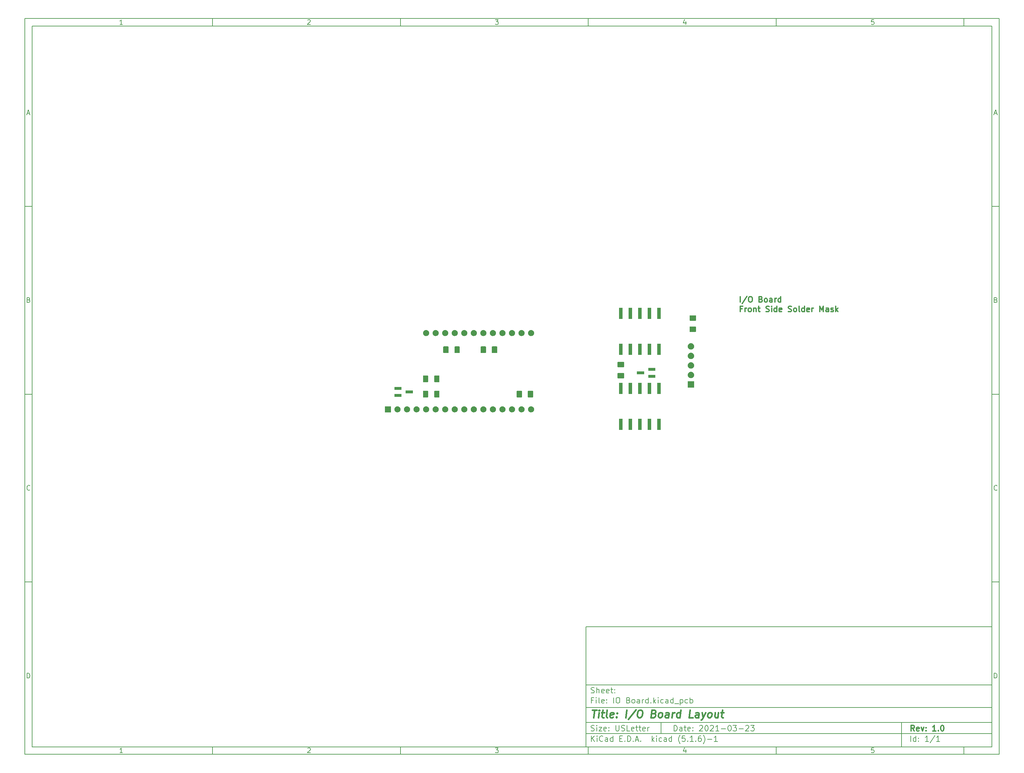
<source format=gbr>
G04 #@! TF.GenerationSoftware,KiCad,Pcbnew,(5.1.6)-1*
G04 #@! TF.CreationDate,2021-03-23T17:10:19-04:00*
G04 #@! TF.ProjectId,IO Board,494f2042-6f61-4726-942e-6b696361645f,1.0*
G04 #@! TF.SameCoordinates,Original*
G04 #@! TF.FileFunction,Soldermask,Top*
G04 #@! TF.FilePolarity,Negative*
%FSLAX46Y46*%
G04 Gerber Fmt 4.6, Leading zero omitted, Abs format (unit mm)*
G04 Created by KiCad (PCBNEW (5.1.6)-1) date 2021-03-23 17:10:19*
%MOMM*%
%LPD*%
G01*
G04 APERTURE LIST*
%ADD10C,0.100000*%
%ADD11C,0.150000*%
%ADD12C,0.300000*%
%ADD13C,0.400000*%
G04 APERTURE END LIST*
D10*
D11*
X159400000Y-171900000D02*
X159400000Y-203900000D01*
X267400000Y-203900000D01*
X267400000Y-171900000D01*
X159400000Y-171900000D01*
D10*
D11*
X10000000Y-10000000D02*
X10000000Y-205900000D01*
X269400000Y-205900000D01*
X269400000Y-10000000D01*
X10000000Y-10000000D01*
D10*
D11*
X12000000Y-12000000D02*
X12000000Y-203900000D01*
X267400000Y-203900000D01*
X267400000Y-12000000D01*
X12000000Y-12000000D01*
D10*
D11*
X60000000Y-12000000D02*
X60000000Y-10000000D01*
D10*
D11*
X110000000Y-12000000D02*
X110000000Y-10000000D01*
D10*
D11*
X160000000Y-12000000D02*
X160000000Y-10000000D01*
D10*
D11*
X210000000Y-12000000D02*
X210000000Y-10000000D01*
D10*
D11*
X260000000Y-12000000D02*
X260000000Y-10000000D01*
D10*
D11*
X36065476Y-11588095D02*
X35322619Y-11588095D01*
X35694047Y-11588095D02*
X35694047Y-10288095D01*
X35570238Y-10473809D01*
X35446428Y-10597619D01*
X35322619Y-10659523D01*
D10*
D11*
X85322619Y-10411904D02*
X85384523Y-10350000D01*
X85508333Y-10288095D01*
X85817857Y-10288095D01*
X85941666Y-10350000D01*
X86003571Y-10411904D01*
X86065476Y-10535714D01*
X86065476Y-10659523D01*
X86003571Y-10845238D01*
X85260714Y-11588095D01*
X86065476Y-11588095D01*
D10*
D11*
X135260714Y-10288095D02*
X136065476Y-10288095D01*
X135632142Y-10783333D01*
X135817857Y-10783333D01*
X135941666Y-10845238D01*
X136003571Y-10907142D01*
X136065476Y-11030952D01*
X136065476Y-11340476D01*
X136003571Y-11464285D01*
X135941666Y-11526190D01*
X135817857Y-11588095D01*
X135446428Y-11588095D01*
X135322619Y-11526190D01*
X135260714Y-11464285D01*
D10*
D11*
X185941666Y-10721428D02*
X185941666Y-11588095D01*
X185632142Y-10226190D02*
X185322619Y-11154761D01*
X186127380Y-11154761D01*
D10*
D11*
X236003571Y-10288095D02*
X235384523Y-10288095D01*
X235322619Y-10907142D01*
X235384523Y-10845238D01*
X235508333Y-10783333D01*
X235817857Y-10783333D01*
X235941666Y-10845238D01*
X236003571Y-10907142D01*
X236065476Y-11030952D01*
X236065476Y-11340476D01*
X236003571Y-11464285D01*
X235941666Y-11526190D01*
X235817857Y-11588095D01*
X235508333Y-11588095D01*
X235384523Y-11526190D01*
X235322619Y-11464285D01*
D10*
D11*
X60000000Y-203900000D02*
X60000000Y-205900000D01*
D10*
D11*
X110000000Y-203900000D02*
X110000000Y-205900000D01*
D10*
D11*
X160000000Y-203900000D02*
X160000000Y-205900000D01*
D10*
D11*
X210000000Y-203900000D02*
X210000000Y-205900000D01*
D10*
D11*
X260000000Y-203900000D02*
X260000000Y-205900000D01*
D10*
D11*
X36065476Y-205488095D02*
X35322619Y-205488095D01*
X35694047Y-205488095D02*
X35694047Y-204188095D01*
X35570238Y-204373809D01*
X35446428Y-204497619D01*
X35322619Y-204559523D01*
D10*
D11*
X85322619Y-204311904D02*
X85384523Y-204250000D01*
X85508333Y-204188095D01*
X85817857Y-204188095D01*
X85941666Y-204250000D01*
X86003571Y-204311904D01*
X86065476Y-204435714D01*
X86065476Y-204559523D01*
X86003571Y-204745238D01*
X85260714Y-205488095D01*
X86065476Y-205488095D01*
D10*
D11*
X135260714Y-204188095D02*
X136065476Y-204188095D01*
X135632142Y-204683333D01*
X135817857Y-204683333D01*
X135941666Y-204745238D01*
X136003571Y-204807142D01*
X136065476Y-204930952D01*
X136065476Y-205240476D01*
X136003571Y-205364285D01*
X135941666Y-205426190D01*
X135817857Y-205488095D01*
X135446428Y-205488095D01*
X135322619Y-205426190D01*
X135260714Y-205364285D01*
D10*
D11*
X185941666Y-204621428D02*
X185941666Y-205488095D01*
X185632142Y-204126190D02*
X185322619Y-205054761D01*
X186127380Y-205054761D01*
D10*
D11*
X236003571Y-204188095D02*
X235384523Y-204188095D01*
X235322619Y-204807142D01*
X235384523Y-204745238D01*
X235508333Y-204683333D01*
X235817857Y-204683333D01*
X235941666Y-204745238D01*
X236003571Y-204807142D01*
X236065476Y-204930952D01*
X236065476Y-205240476D01*
X236003571Y-205364285D01*
X235941666Y-205426190D01*
X235817857Y-205488095D01*
X235508333Y-205488095D01*
X235384523Y-205426190D01*
X235322619Y-205364285D01*
D10*
D11*
X10000000Y-60000000D02*
X12000000Y-60000000D01*
D10*
D11*
X10000000Y-110000000D02*
X12000000Y-110000000D01*
D10*
D11*
X10000000Y-160000000D02*
X12000000Y-160000000D01*
D10*
D11*
X10690476Y-35216666D02*
X11309523Y-35216666D01*
X10566666Y-35588095D02*
X11000000Y-34288095D01*
X11433333Y-35588095D01*
D10*
D11*
X11092857Y-84907142D02*
X11278571Y-84969047D01*
X11340476Y-85030952D01*
X11402380Y-85154761D01*
X11402380Y-85340476D01*
X11340476Y-85464285D01*
X11278571Y-85526190D01*
X11154761Y-85588095D01*
X10659523Y-85588095D01*
X10659523Y-84288095D01*
X11092857Y-84288095D01*
X11216666Y-84350000D01*
X11278571Y-84411904D01*
X11340476Y-84535714D01*
X11340476Y-84659523D01*
X11278571Y-84783333D01*
X11216666Y-84845238D01*
X11092857Y-84907142D01*
X10659523Y-84907142D01*
D10*
D11*
X11402380Y-135464285D02*
X11340476Y-135526190D01*
X11154761Y-135588095D01*
X11030952Y-135588095D01*
X10845238Y-135526190D01*
X10721428Y-135402380D01*
X10659523Y-135278571D01*
X10597619Y-135030952D01*
X10597619Y-134845238D01*
X10659523Y-134597619D01*
X10721428Y-134473809D01*
X10845238Y-134350000D01*
X11030952Y-134288095D01*
X11154761Y-134288095D01*
X11340476Y-134350000D01*
X11402380Y-134411904D01*
D10*
D11*
X10659523Y-185588095D02*
X10659523Y-184288095D01*
X10969047Y-184288095D01*
X11154761Y-184350000D01*
X11278571Y-184473809D01*
X11340476Y-184597619D01*
X11402380Y-184845238D01*
X11402380Y-185030952D01*
X11340476Y-185278571D01*
X11278571Y-185402380D01*
X11154761Y-185526190D01*
X10969047Y-185588095D01*
X10659523Y-185588095D01*
D10*
D11*
X269400000Y-60000000D02*
X267400000Y-60000000D01*
D10*
D11*
X269400000Y-110000000D02*
X267400000Y-110000000D01*
D10*
D11*
X269400000Y-160000000D02*
X267400000Y-160000000D01*
D10*
D11*
X268090476Y-35216666D02*
X268709523Y-35216666D01*
X267966666Y-35588095D02*
X268400000Y-34288095D01*
X268833333Y-35588095D01*
D10*
D11*
X268492857Y-84907142D02*
X268678571Y-84969047D01*
X268740476Y-85030952D01*
X268802380Y-85154761D01*
X268802380Y-85340476D01*
X268740476Y-85464285D01*
X268678571Y-85526190D01*
X268554761Y-85588095D01*
X268059523Y-85588095D01*
X268059523Y-84288095D01*
X268492857Y-84288095D01*
X268616666Y-84350000D01*
X268678571Y-84411904D01*
X268740476Y-84535714D01*
X268740476Y-84659523D01*
X268678571Y-84783333D01*
X268616666Y-84845238D01*
X268492857Y-84907142D01*
X268059523Y-84907142D01*
D10*
D11*
X268802380Y-135464285D02*
X268740476Y-135526190D01*
X268554761Y-135588095D01*
X268430952Y-135588095D01*
X268245238Y-135526190D01*
X268121428Y-135402380D01*
X268059523Y-135278571D01*
X267997619Y-135030952D01*
X267997619Y-134845238D01*
X268059523Y-134597619D01*
X268121428Y-134473809D01*
X268245238Y-134350000D01*
X268430952Y-134288095D01*
X268554761Y-134288095D01*
X268740476Y-134350000D01*
X268802380Y-134411904D01*
D10*
D11*
X268059523Y-185588095D02*
X268059523Y-184288095D01*
X268369047Y-184288095D01*
X268554761Y-184350000D01*
X268678571Y-184473809D01*
X268740476Y-184597619D01*
X268802380Y-184845238D01*
X268802380Y-185030952D01*
X268740476Y-185278571D01*
X268678571Y-185402380D01*
X268554761Y-185526190D01*
X268369047Y-185588095D01*
X268059523Y-185588095D01*
D10*
D11*
X182832142Y-199678571D02*
X182832142Y-198178571D01*
X183189285Y-198178571D01*
X183403571Y-198250000D01*
X183546428Y-198392857D01*
X183617857Y-198535714D01*
X183689285Y-198821428D01*
X183689285Y-199035714D01*
X183617857Y-199321428D01*
X183546428Y-199464285D01*
X183403571Y-199607142D01*
X183189285Y-199678571D01*
X182832142Y-199678571D01*
X184975000Y-199678571D02*
X184975000Y-198892857D01*
X184903571Y-198750000D01*
X184760714Y-198678571D01*
X184475000Y-198678571D01*
X184332142Y-198750000D01*
X184975000Y-199607142D02*
X184832142Y-199678571D01*
X184475000Y-199678571D01*
X184332142Y-199607142D01*
X184260714Y-199464285D01*
X184260714Y-199321428D01*
X184332142Y-199178571D01*
X184475000Y-199107142D01*
X184832142Y-199107142D01*
X184975000Y-199035714D01*
X185475000Y-198678571D02*
X186046428Y-198678571D01*
X185689285Y-198178571D02*
X185689285Y-199464285D01*
X185760714Y-199607142D01*
X185903571Y-199678571D01*
X186046428Y-199678571D01*
X187117857Y-199607142D02*
X186975000Y-199678571D01*
X186689285Y-199678571D01*
X186546428Y-199607142D01*
X186475000Y-199464285D01*
X186475000Y-198892857D01*
X186546428Y-198750000D01*
X186689285Y-198678571D01*
X186975000Y-198678571D01*
X187117857Y-198750000D01*
X187189285Y-198892857D01*
X187189285Y-199035714D01*
X186475000Y-199178571D01*
X187832142Y-199535714D02*
X187903571Y-199607142D01*
X187832142Y-199678571D01*
X187760714Y-199607142D01*
X187832142Y-199535714D01*
X187832142Y-199678571D01*
X187832142Y-198750000D02*
X187903571Y-198821428D01*
X187832142Y-198892857D01*
X187760714Y-198821428D01*
X187832142Y-198750000D01*
X187832142Y-198892857D01*
X189617857Y-198321428D02*
X189689285Y-198250000D01*
X189832142Y-198178571D01*
X190189285Y-198178571D01*
X190332142Y-198250000D01*
X190403571Y-198321428D01*
X190475000Y-198464285D01*
X190475000Y-198607142D01*
X190403571Y-198821428D01*
X189546428Y-199678571D01*
X190475000Y-199678571D01*
X191403571Y-198178571D02*
X191546428Y-198178571D01*
X191689285Y-198250000D01*
X191760714Y-198321428D01*
X191832142Y-198464285D01*
X191903571Y-198750000D01*
X191903571Y-199107142D01*
X191832142Y-199392857D01*
X191760714Y-199535714D01*
X191689285Y-199607142D01*
X191546428Y-199678571D01*
X191403571Y-199678571D01*
X191260714Y-199607142D01*
X191189285Y-199535714D01*
X191117857Y-199392857D01*
X191046428Y-199107142D01*
X191046428Y-198750000D01*
X191117857Y-198464285D01*
X191189285Y-198321428D01*
X191260714Y-198250000D01*
X191403571Y-198178571D01*
X192475000Y-198321428D02*
X192546428Y-198250000D01*
X192689285Y-198178571D01*
X193046428Y-198178571D01*
X193189285Y-198250000D01*
X193260714Y-198321428D01*
X193332142Y-198464285D01*
X193332142Y-198607142D01*
X193260714Y-198821428D01*
X192403571Y-199678571D01*
X193332142Y-199678571D01*
X194760714Y-199678571D02*
X193903571Y-199678571D01*
X194332142Y-199678571D02*
X194332142Y-198178571D01*
X194189285Y-198392857D01*
X194046428Y-198535714D01*
X193903571Y-198607142D01*
X195403571Y-199107142D02*
X196546428Y-199107142D01*
X197546428Y-198178571D02*
X197689285Y-198178571D01*
X197832142Y-198250000D01*
X197903571Y-198321428D01*
X197975000Y-198464285D01*
X198046428Y-198750000D01*
X198046428Y-199107142D01*
X197975000Y-199392857D01*
X197903571Y-199535714D01*
X197832142Y-199607142D01*
X197689285Y-199678571D01*
X197546428Y-199678571D01*
X197403571Y-199607142D01*
X197332142Y-199535714D01*
X197260714Y-199392857D01*
X197189285Y-199107142D01*
X197189285Y-198750000D01*
X197260714Y-198464285D01*
X197332142Y-198321428D01*
X197403571Y-198250000D01*
X197546428Y-198178571D01*
X198546428Y-198178571D02*
X199475000Y-198178571D01*
X198975000Y-198750000D01*
X199189285Y-198750000D01*
X199332142Y-198821428D01*
X199403571Y-198892857D01*
X199475000Y-199035714D01*
X199475000Y-199392857D01*
X199403571Y-199535714D01*
X199332142Y-199607142D01*
X199189285Y-199678571D01*
X198760714Y-199678571D01*
X198617857Y-199607142D01*
X198546428Y-199535714D01*
X200117857Y-199107142D02*
X201260714Y-199107142D01*
X201903571Y-198321428D02*
X201975000Y-198250000D01*
X202117857Y-198178571D01*
X202475000Y-198178571D01*
X202617857Y-198250000D01*
X202689285Y-198321428D01*
X202760714Y-198464285D01*
X202760714Y-198607142D01*
X202689285Y-198821428D01*
X201832142Y-199678571D01*
X202760714Y-199678571D01*
X203260714Y-198178571D02*
X204189285Y-198178571D01*
X203689285Y-198750000D01*
X203903571Y-198750000D01*
X204046428Y-198821428D01*
X204117857Y-198892857D01*
X204189285Y-199035714D01*
X204189285Y-199392857D01*
X204117857Y-199535714D01*
X204046428Y-199607142D01*
X203903571Y-199678571D01*
X203475000Y-199678571D01*
X203332142Y-199607142D01*
X203260714Y-199535714D01*
D10*
D11*
X159400000Y-200400000D02*
X267400000Y-200400000D01*
D10*
D11*
X160832142Y-202478571D02*
X160832142Y-200978571D01*
X161689285Y-202478571D02*
X161046428Y-201621428D01*
X161689285Y-200978571D02*
X160832142Y-201835714D01*
X162332142Y-202478571D02*
X162332142Y-201478571D01*
X162332142Y-200978571D02*
X162260714Y-201050000D01*
X162332142Y-201121428D01*
X162403571Y-201050000D01*
X162332142Y-200978571D01*
X162332142Y-201121428D01*
X163903571Y-202335714D02*
X163832142Y-202407142D01*
X163617857Y-202478571D01*
X163475000Y-202478571D01*
X163260714Y-202407142D01*
X163117857Y-202264285D01*
X163046428Y-202121428D01*
X162975000Y-201835714D01*
X162975000Y-201621428D01*
X163046428Y-201335714D01*
X163117857Y-201192857D01*
X163260714Y-201050000D01*
X163475000Y-200978571D01*
X163617857Y-200978571D01*
X163832142Y-201050000D01*
X163903571Y-201121428D01*
X165189285Y-202478571D02*
X165189285Y-201692857D01*
X165117857Y-201550000D01*
X164975000Y-201478571D01*
X164689285Y-201478571D01*
X164546428Y-201550000D01*
X165189285Y-202407142D02*
X165046428Y-202478571D01*
X164689285Y-202478571D01*
X164546428Y-202407142D01*
X164475000Y-202264285D01*
X164475000Y-202121428D01*
X164546428Y-201978571D01*
X164689285Y-201907142D01*
X165046428Y-201907142D01*
X165189285Y-201835714D01*
X166546428Y-202478571D02*
X166546428Y-200978571D01*
X166546428Y-202407142D02*
X166403571Y-202478571D01*
X166117857Y-202478571D01*
X165975000Y-202407142D01*
X165903571Y-202335714D01*
X165832142Y-202192857D01*
X165832142Y-201764285D01*
X165903571Y-201621428D01*
X165975000Y-201550000D01*
X166117857Y-201478571D01*
X166403571Y-201478571D01*
X166546428Y-201550000D01*
X168403571Y-201692857D02*
X168903571Y-201692857D01*
X169117857Y-202478571D02*
X168403571Y-202478571D01*
X168403571Y-200978571D01*
X169117857Y-200978571D01*
X169760714Y-202335714D02*
X169832142Y-202407142D01*
X169760714Y-202478571D01*
X169689285Y-202407142D01*
X169760714Y-202335714D01*
X169760714Y-202478571D01*
X170475000Y-202478571D02*
X170475000Y-200978571D01*
X170832142Y-200978571D01*
X171046428Y-201050000D01*
X171189285Y-201192857D01*
X171260714Y-201335714D01*
X171332142Y-201621428D01*
X171332142Y-201835714D01*
X171260714Y-202121428D01*
X171189285Y-202264285D01*
X171046428Y-202407142D01*
X170832142Y-202478571D01*
X170475000Y-202478571D01*
X171975000Y-202335714D02*
X172046428Y-202407142D01*
X171975000Y-202478571D01*
X171903571Y-202407142D01*
X171975000Y-202335714D01*
X171975000Y-202478571D01*
X172617857Y-202050000D02*
X173332142Y-202050000D01*
X172475000Y-202478571D02*
X172975000Y-200978571D01*
X173475000Y-202478571D01*
X173975000Y-202335714D02*
X174046428Y-202407142D01*
X173975000Y-202478571D01*
X173903571Y-202407142D01*
X173975000Y-202335714D01*
X173975000Y-202478571D01*
X176975000Y-202478571D02*
X176975000Y-200978571D01*
X177117857Y-201907142D02*
X177546428Y-202478571D01*
X177546428Y-201478571D02*
X176975000Y-202050000D01*
X178189285Y-202478571D02*
X178189285Y-201478571D01*
X178189285Y-200978571D02*
X178117857Y-201050000D01*
X178189285Y-201121428D01*
X178260714Y-201050000D01*
X178189285Y-200978571D01*
X178189285Y-201121428D01*
X179546428Y-202407142D02*
X179403571Y-202478571D01*
X179117857Y-202478571D01*
X178975000Y-202407142D01*
X178903571Y-202335714D01*
X178832142Y-202192857D01*
X178832142Y-201764285D01*
X178903571Y-201621428D01*
X178975000Y-201550000D01*
X179117857Y-201478571D01*
X179403571Y-201478571D01*
X179546428Y-201550000D01*
X180832142Y-202478571D02*
X180832142Y-201692857D01*
X180760714Y-201550000D01*
X180617857Y-201478571D01*
X180332142Y-201478571D01*
X180189285Y-201550000D01*
X180832142Y-202407142D02*
X180689285Y-202478571D01*
X180332142Y-202478571D01*
X180189285Y-202407142D01*
X180117857Y-202264285D01*
X180117857Y-202121428D01*
X180189285Y-201978571D01*
X180332142Y-201907142D01*
X180689285Y-201907142D01*
X180832142Y-201835714D01*
X182189285Y-202478571D02*
X182189285Y-200978571D01*
X182189285Y-202407142D02*
X182046428Y-202478571D01*
X181760714Y-202478571D01*
X181617857Y-202407142D01*
X181546428Y-202335714D01*
X181475000Y-202192857D01*
X181475000Y-201764285D01*
X181546428Y-201621428D01*
X181617857Y-201550000D01*
X181760714Y-201478571D01*
X182046428Y-201478571D01*
X182189285Y-201550000D01*
X184475000Y-203050000D02*
X184403571Y-202978571D01*
X184260714Y-202764285D01*
X184189285Y-202621428D01*
X184117857Y-202407142D01*
X184046428Y-202050000D01*
X184046428Y-201764285D01*
X184117857Y-201407142D01*
X184189285Y-201192857D01*
X184260714Y-201050000D01*
X184403571Y-200835714D01*
X184475000Y-200764285D01*
X185760714Y-200978571D02*
X185046428Y-200978571D01*
X184975000Y-201692857D01*
X185046428Y-201621428D01*
X185189285Y-201550000D01*
X185546428Y-201550000D01*
X185689285Y-201621428D01*
X185760714Y-201692857D01*
X185832142Y-201835714D01*
X185832142Y-202192857D01*
X185760714Y-202335714D01*
X185689285Y-202407142D01*
X185546428Y-202478571D01*
X185189285Y-202478571D01*
X185046428Y-202407142D01*
X184975000Y-202335714D01*
X186475000Y-202335714D02*
X186546428Y-202407142D01*
X186475000Y-202478571D01*
X186403571Y-202407142D01*
X186475000Y-202335714D01*
X186475000Y-202478571D01*
X187975000Y-202478571D02*
X187117857Y-202478571D01*
X187546428Y-202478571D02*
X187546428Y-200978571D01*
X187403571Y-201192857D01*
X187260714Y-201335714D01*
X187117857Y-201407142D01*
X188617857Y-202335714D02*
X188689285Y-202407142D01*
X188617857Y-202478571D01*
X188546428Y-202407142D01*
X188617857Y-202335714D01*
X188617857Y-202478571D01*
X189975000Y-200978571D02*
X189689285Y-200978571D01*
X189546428Y-201050000D01*
X189475000Y-201121428D01*
X189332142Y-201335714D01*
X189260714Y-201621428D01*
X189260714Y-202192857D01*
X189332142Y-202335714D01*
X189403571Y-202407142D01*
X189546428Y-202478571D01*
X189832142Y-202478571D01*
X189975000Y-202407142D01*
X190046428Y-202335714D01*
X190117857Y-202192857D01*
X190117857Y-201835714D01*
X190046428Y-201692857D01*
X189975000Y-201621428D01*
X189832142Y-201550000D01*
X189546428Y-201550000D01*
X189403571Y-201621428D01*
X189332142Y-201692857D01*
X189260714Y-201835714D01*
X190617857Y-203050000D02*
X190689285Y-202978571D01*
X190832142Y-202764285D01*
X190903571Y-202621428D01*
X190975000Y-202407142D01*
X191046428Y-202050000D01*
X191046428Y-201764285D01*
X190975000Y-201407142D01*
X190903571Y-201192857D01*
X190832142Y-201050000D01*
X190689285Y-200835714D01*
X190617857Y-200764285D01*
X191760714Y-201907142D02*
X192903571Y-201907142D01*
X194403571Y-202478571D02*
X193546428Y-202478571D01*
X193975000Y-202478571D02*
X193975000Y-200978571D01*
X193832142Y-201192857D01*
X193689285Y-201335714D01*
X193546428Y-201407142D01*
D10*
D11*
X159400000Y-197400000D02*
X267400000Y-197400000D01*
D10*
D12*
X246809285Y-199678571D02*
X246309285Y-198964285D01*
X245952142Y-199678571D02*
X245952142Y-198178571D01*
X246523571Y-198178571D01*
X246666428Y-198250000D01*
X246737857Y-198321428D01*
X246809285Y-198464285D01*
X246809285Y-198678571D01*
X246737857Y-198821428D01*
X246666428Y-198892857D01*
X246523571Y-198964285D01*
X245952142Y-198964285D01*
X248023571Y-199607142D02*
X247880714Y-199678571D01*
X247595000Y-199678571D01*
X247452142Y-199607142D01*
X247380714Y-199464285D01*
X247380714Y-198892857D01*
X247452142Y-198750000D01*
X247595000Y-198678571D01*
X247880714Y-198678571D01*
X248023571Y-198750000D01*
X248095000Y-198892857D01*
X248095000Y-199035714D01*
X247380714Y-199178571D01*
X248595000Y-198678571D02*
X248952142Y-199678571D01*
X249309285Y-198678571D01*
X249880714Y-199535714D02*
X249952142Y-199607142D01*
X249880714Y-199678571D01*
X249809285Y-199607142D01*
X249880714Y-199535714D01*
X249880714Y-199678571D01*
X249880714Y-198750000D02*
X249952142Y-198821428D01*
X249880714Y-198892857D01*
X249809285Y-198821428D01*
X249880714Y-198750000D01*
X249880714Y-198892857D01*
X252523571Y-199678571D02*
X251666428Y-199678571D01*
X252095000Y-199678571D02*
X252095000Y-198178571D01*
X251952142Y-198392857D01*
X251809285Y-198535714D01*
X251666428Y-198607142D01*
X253166428Y-199535714D02*
X253237857Y-199607142D01*
X253166428Y-199678571D01*
X253095000Y-199607142D01*
X253166428Y-199535714D01*
X253166428Y-199678571D01*
X254166428Y-198178571D02*
X254309285Y-198178571D01*
X254452142Y-198250000D01*
X254523571Y-198321428D01*
X254595000Y-198464285D01*
X254666428Y-198750000D01*
X254666428Y-199107142D01*
X254595000Y-199392857D01*
X254523571Y-199535714D01*
X254452142Y-199607142D01*
X254309285Y-199678571D01*
X254166428Y-199678571D01*
X254023571Y-199607142D01*
X253952142Y-199535714D01*
X253880714Y-199392857D01*
X253809285Y-199107142D01*
X253809285Y-198750000D01*
X253880714Y-198464285D01*
X253952142Y-198321428D01*
X254023571Y-198250000D01*
X254166428Y-198178571D01*
D10*
D11*
X160760714Y-199607142D02*
X160975000Y-199678571D01*
X161332142Y-199678571D01*
X161475000Y-199607142D01*
X161546428Y-199535714D01*
X161617857Y-199392857D01*
X161617857Y-199250000D01*
X161546428Y-199107142D01*
X161475000Y-199035714D01*
X161332142Y-198964285D01*
X161046428Y-198892857D01*
X160903571Y-198821428D01*
X160832142Y-198750000D01*
X160760714Y-198607142D01*
X160760714Y-198464285D01*
X160832142Y-198321428D01*
X160903571Y-198250000D01*
X161046428Y-198178571D01*
X161403571Y-198178571D01*
X161617857Y-198250000D01*
X162260714Y-199678571D02*
X162260714Y-198678571D01*
X162260714Y-198178571D02*
X162189285Y-198250000D01*
X162260714Y-198321428D01*
X162332142Y-198250000D01*
X162260714Y-198178571D01*
X162260714Y-198321428D01*
X162832142Y-198678571D02*
X163617857Y-198678571D01*
X162832142Y-199678571D01*
X163617857Y-199678571D01*
X164760714Y-199607142D02*
X164617857Y-199678571D01*
X164332142Y-199678571D01*
X164189285Y-199607142D01*
X164117857Y-199464285D01*
X164117857Y-198892857D01*
X164189285Y-198750000D01*
X164332142Y-198678571D01*
X164617857Y-198678571D01*
X164760714Y-198750000D01*
X164832142Y-198892857D01*
X164832142Y-199035714D01*
X164117857Y-199178571D01*
X165475000Y-199535714D02*
X165546428Y-199607142D01*
X165475000Y-199678571D01*
X165403571Y-199607142D01*
X165475000Y-199535714D01*
X165475000Y-199678571D01*
X165475000Y-198750000D02*
X165546428Y-198821428D01*
X165475000Y-198892857D01*
X165403571Y-198821428D01*
X165475000Y-198750000D01*
X165475000Y-198892857D01*
X167332142Y-198178571D02*
X167332142Y-199392857D01*
X167403571Y-199535714D01*
X167475000Y-199607142D01*
X167617857Y-199678571D01*
X167903571Y-199678571D01*
X168046428Y-199607142D01*
X168117857Y-199535714D01*
X168189285Y-199392857D01*
X168189285Y-198178571D01*
X168832142Y-199607142D02*
X169046428Y-199678571D01*
X169403571Y-199678571D01*
X169546428Y-199607142D01*
X169617857Y-199535714D01*
X169689285Y-199392857D01*
X169689285Y-199250000D01*
X169617857Y-199107142D01*
X169546428Y-199035714D01*
X169403571Y-198964285D01*
X169117857Y-198892857D01*
X168975000Y-198821428D01*
X168903571Y-198750000D01*
X168832142Y-198607142D01*
X168832142Y-198464285D01*
X168903571Y-198321428D01*
X168975000Y-198250000D01*
X169117857Y-198178571D01*
X169475000Y-198178571D01*
X169689285Y-198250000D01*
X171046428Y-199678571D02*
X170332142Y-199678571D01*
X170332142Y-198178571D01*
X172117857Y-199607142D02*
X171975000Y-199678571D01*
X171689285Y-199678571D01*
X171546428Y-199607142D01*
X171475000Y-199464285D01*
X171475000Y-198892857D01*
X171546428Y-198750000D01*
X171689285Y-198678571D01*
X171975000Y-198678571D01*
X172117857Y-198750000D01*
X172189285Y-198892857D01*
X172189285Y-199035714D01*
X171475000Y-199178571D01*
X172617857Y-198678571D02*
X173189285Y-198678571D01*
X172832142Y-198178571D02*
X172832142Y-199464285D01*
X172903571Y-199607142D01*
X173046428Y-199678571D01*
X173189285Y-199678571D01*
X173475000Y-198678571D02*
X174046428Y-198678571D01*
X173689285Y-198178571D02*
X173689285Y-199464285D01*
X173760714Y-199607142D01*
X173903571Y-199678571D01*
X174046428Y-199678571D01*
X175117857Y-199607142D02*
X174975000Y-199678571D01*
X174689285Y-199678571D01*
X174546428Y-199607142D01*
X174475000Y-199464285D01*
X174475000Y-198892857D01*
X174546428Y-198750000D01*
X174689285Y-198678571D01*
X174975000Y-198678571D01*
X175117857Y-198750000D01*
X175189285Y-198892857D01*
X175189285Y-199035714D01*
X174475000Y-199178571D01*
X175832142Y-199678571D02*
X175832142Y-198678571D01*
X175832142Y-198964285D02*
X175903571Y-198821428D01*
X175975000Y-198750000D01*
X176117857Y-198678571D01*
X176260714Y-198678571D01*
D10*
D11*
X245832142Y-202478571D02*
X245832142Y-200978571D01*
X247189285Y-202478571D02*
X247189285Y-200978571D01*
X247189285Y-202407142D02*
X247046428Y-202478571D01*
X246760714Y-202478571D01*
X246617857Y-202407142D01*
X246546428Y-202335714D01*
X246475000Y-202192857D01*
X246475000Y-201764285D01*
X246546428Y-201621428D01*
X246617857Y-201550000D01*
X246760714Y-201478571D01*
X247046428Y-201478571D01*
X247189285Y-201550000D01*
X247903571Y-202335714D02*
X247975000Y-202407142D01*
X247903571Y-202478571D01*
X247832142Y-202407142D01*
X247903571Y-202335714D01*
X247903571Y-202478571D01*
X247903571Y-201550000D02*
X247975000Y-201621428D01*
X247903571Y-201692857D01*
X247832142Y-201621428D01*
X247903571Y-201550000D01*
X247903571Y-201692857D01*
X250546428Y-202478571D02*
X249689285Y-202478571D01*
X250117857Y-202478571D02*
X250117857Y-200978571D01*
X249975000Y-201192857D01*
X249832142Y-201335714D01*
X249689285Y-201407142D01*
X252260714Y-200907142D02*
X250975000Y-202835714D01*
X253546428Y-202478571D02*
X252689285Y-202478571D01*
X253117857Y-202478571D02*
X253117857Y-200978571D01*
X252975000Y-201192857D01*
X252832142Y-201335714D01*
X252689285Y-201407142D01*
D10*
D11*
X159400000Y-193400000D02*
X267400000Y-193400000D01*
D10*
D13*
X161112380Y-194104761D02*
X162255238Y-194104761D01*
X161433809Y-196104761D02*
X161683809Y-194104761D01*
X162671904Y-196104761D02*
X162838571Y-194771428D01*
X162921904Y-194104761D02*
X162814761Y-194200000D01*
X162898095Y-194295238D01*
X163005238Y-194200000D01*
X162921904Y-194104761D01*
X162898095Y-194295238D01*
X163505238Y-194771428D02*
X164267142Y-194771428D01*
X163874285Y-194104761D02*
X163660000Y-195819047D01*
X163731428Y-196009523D01*
X163910000Y-196104761D01*
X164100476Y-196104761D01*
X165052857Y-196104761D02*
X164874285Y-196009523D01*
X164802857Y-195819047D01*
X165017142Y-194104761D01*
X166588571Y-196009523D02*
X166386190Y-196104761D01*
X166005238Y-196104761D01*
X165826666Y-196009523D01*
X165755238Y-195819047D01*
X165850476Y-195057142D01*
X165969523Y-194866666D01*
X166171904Y-194771428D01*
X166552857Y-194771428D01*
X166731428Y-194866666D01*
X166802857Y-195057142D01*
X166779047Y-195247619D01*
X165802857Y-195438095D01*
X167552857Y-195914285D02*
X167636190Y-196009523D01*
X167529047Y-196104761D01*
X167445714Y-196009523D01*
X167552857Y-195914285D01*
X167529047Y-196104761D01*
X167683809Y-194866666D02*
X167767142Y-194961904D01*
X167660000Y-195057142D01*
X167576666Y-194961904D01*
X167683809Y-194866666D01*
X167660000Y-195057142D01*
X170005238Y-196104761D02*
X170255238Y-194104761D01*
X172648095Y-194009523D02*
X170612380Y-196580952D01*
X173683809Y-194104761D02*
X174064761Y-194104761D01*
X174243333Y-194200000D01*
X174410000Y-194390476D01*
X174457619Y-194771428D01*
X174374285Y-195438095D01*
X174231428Y-195819047D01*
X174017142Y-196009523D01*
X173814761Y-196104761D01*
X173433809Y-196104761D01*
X173255238Y-196009523D01*
X173088571Y-195819047D01*
X173040952Y-195438095D01*
X173124285Y-194771428D01*
X173267142Y-194390476D01*
X173481428Y-194200000D01*
X173683809Y-194104761D01*
X177469523Y-195057142D02*
X177743333Y-195152380D01*
X177826666Y-195247619D01*
X177898095Y-195438095D01*
X177862380Y-195723809D01*
X177743333Y-195914285D01*
X177636190Y-196009523D01*
X177433809Y-196104761D01*
X176671904Y-196104761D01*
X176921904Y-194104761D01*
X177588571Y-194104761D01*
X177767142Y-194200000D01*
X177850476Y-194295238D01*
X177921904Y-194485714D01*
X177898095Y-194676190D01*
X177779047Y-194866666D01*
X177671904Y-194961904D01*
X177469523Y-195057142D01*
X176802857Y-195057142D01*
X178957619Y-196104761D02*
X178779047Y-196009523D01*
X178695714Y-195914285D01*
X178624285Y-195723809D01*
X178695714Y-195152380D01*
X178814761Y-194961904D01*
X178921904Y-194866666D01*
X179124285Y-194771428D01*
X179410000Y-194771428D01*
X179588571Y-194866666D01*
X179671904Y-194961904D01*
X179743333Y-195152380D01*
X179671904Y-195723809D01*
X179552857Y-195914285D01*
X179445714Y-196009523D01*
X179243333Y-196104761D01*
X178957619Y-196104761D01*
X181338571Y-196104761D02*
X181469523Y-195057142D01*
X181398095Y-194866666D01*
X181219523Y-194771428D01*
X180838571Y-194771428D01*
X180636190Y-194866666D01*
X181350476Y-196009523D02*
X181148095Y-196104761D01*
X180671904Y-196104761D01*
X180493333Y-196009523D01*
X180421904Y-195819047D01*
X180445714Y-195628571D01*
X180564761Y-195438095D01*
X180767142Y-195342857D01*
X181243333Y-195342857D01*
X181445714Y-195247619D01*
X182290952Y-196104761D02*
X182457619Y-194771428D01*
X182410000Y-195152380D02*
X182529047Y-194961904D01*
X182636190Y-194866666D01*
X182838571Y-194771428D01*
X183029047Y-194771428D01*
X184386190Y-196104761D02*
X184636190Y-194104761D01*
X184398095Y-196009523D02*
X184195714Y-196104761D01*
X183814761Y-196104761D01*
X183636190Y-196009523D01*
X183552857Y-195914285D01*
X183481428Y-195723809D01*
X183552857Y-195152380D01*
X183671904Y-194961904D01*
X183779047Y-194866666D01*
X183981428Y-194771428D01*
X184362380Y-194771428D01*
X184540952Y-194866666D01*
X187814761Y-196104761D02*
X186862380Y-196104761D01*
X187112380Y-194104761D01*
X189338571Y-196104761D02*
X189469523Y-195057142D01*
X189398095Y-194866666D01*
X189219523Y-194771428D01*
X188838571Y-194771428D01*
X188636190Y-194866666D01*
X189350476Y-196009523D02*
X189148095Y-196104761D01*
X188671904Y-196104761D01*
X188493333Y-196009523D01*
X188421904Y-195819047D01*
X188445714Y-195628571D01*
X188564761Y-195438095D01*
X188767142Y-195342857D01*
X189243333Y-195342857D01*
X189445714Y-195247619D01*
X190267142Y-194771428D02*
X190576666Y-196104761D01*
X191219523Y-194771428D02*
X190576666Y-196104761D01*
X190326666Y-196580952D01*
X190219523Y-196676190D01*
X190017142Y-196771428D01*
X192100476Y-196104761D02*
X191921904Y-196009523D01*
X191838571Y-195914285D01*
X191767142Y-195723809D01*
X191838571Y-195152380D01*
X191957619Y-194961904D01*
X192064761Y-194866666D01*
X192267142Y-194771428D01*
X192552857Y-194771428D01*
X192731428Y-194866666D01*
X192814761Y-194961904D01*
X192886190Y-195152380D01*
X192814761Y-195723809D01*
X192695714Y-195914285D01*
X192588571Y-196009523D01*
X192386190Y-196104761D01*
X192100476Y-196104761D01*
X194648095Y-194771428D02*
X194481428Y-196104761D01*
X193790952Y-194771428D02*
X193660000Y-195819047D01*
X193731428Y-196009523D01*
X193910000Y-196104761D01*
X194195714Y-196104761D01*
X194398095Y-196009523D01*
X194505238Y-195914285D01*
X195314761Y-194771428D02*
X196076666Y-194771428D01*
X195683809Y-194104761D02*
X195469523Y-195819047D01*
X195540952Y-196009523D01*
X195719523Y-196104761D01*
X195910000Y-196104761D01*
D10*
D11*
X161332142Y-191492857D02*
X160832142Y-191492857D01*
X160832142Y-192278571D02*
X160832142Y-190778571D01*
X161546428Y-190778571D01*
X162117857Y-192278571D02*
X162117857Y-191278571D01*
X162117857Y-190778571D02*
X162046428Y-190850000D01*
X162117857Y-190921428D01*
X162189285Y-190850000D01*
X162117857Y-190778571D01*
X162117857Y-190921428D01*
X163046428Y-192278571D02*
X162903571Y-192207142D01*
X162832142Y-192064285D01*
X162832142Y-190778571D01*
X164189285Y-192207142D02*
X164046428Y-192278571D01*
X163760714Y-192278571D01*
X163617857Y-192207142D01*
X163546428Y-192064285D01*
X163546428Y-191492857D01*
X163617857Y-191350000D01*
X163760714Y-191278571D01*
X164046428Y-191278571D01*
X164189285Y-191350000D01*
X164260714Y-191492857D01*
X164260714Y-191635714D01*
X163546428Y-191778571D01*
X164903571Y-192135714D02*
X164975000Y-192207142D01*
X164903571Y-192278571D01*
X164832142Y-192207142D01*
X164903571Y-192135714D01*
X164903571Y-192278571D01*
X164903571Y-191350000D02*
X164975000Y-191421428D01*
X164903571Y-191492857D01*
X164832142Y-191421428D01*
X164903571Y-191350000D01*
X164903571Y-191492857D01*
X166760714Y-192278571D02*
X166760714Y-190778571D01*
X167760714Y-190778571D02*
X168046428Y-190778571D01*
X168189285Y-190850000D01*
X168332142Y-190992857D01*
X168403571Y-191278571D01*
X168403571Y-191778571D01*
X168332142Y-192064285D01*
X168189285Y-192207142D01*
X168046428Y-192278571D01*
X167760714Y-192278571D01*
X167617857Y-192207142D01*
X167475000Y-192064285D01*
X167403571Y-191778571D01*
X167403571Y-191278571D01*
X167475000Y-190992857D01*
X167617857Y-190850000D01*
X167760714Y-190778571D01*
X170689285Y-191492857D02*
X170903571Y-191564285D01*
X170975000Y-191635714D01*
X171046428Y-191778571D01*
X171046428Y-191992857D01*
X170975000Y-192135714D01*
X170903571Y-192207142D01*
X170760714Y-192278571D01*
X170189285Y-192278571D01*
X170189285Y-190778571D01*
X170689285Y-190778571D01*
X170832142Y-190850000D01*
X170903571Y-190921428D01*
X170975000Y-191064285D01*
X170975000Y-191207142D01*
X170903571Y-191350000D01*
X170832142Y-191421428D01*
X170689285Y-191492857D01*
X170189285Y-191492857D01*
X171903571Y-192278571D02*
X171760714Y-192207142D01*
X171689285Y-192135714D01*
X171617857Y-191992857D01*
X171617857Y-191564285D01*
X171689285Y-191421428D01*
X171760714Y-191350000D01*
X171903571Y-191278571D01*
X172117857Y-191278571D01*
X172260714Y-191350000D01*
X172332142Y-191421428D01*
X172403571Y-191564285D01*
X172403571Y-191992857D01*
X172332142Y-192135714D01*
X172260714Y-192207142D01*
X172117857Y-192278571D01*
X171903571Y-192278571D01*
X173689285Y-192278571D02*
X173689285Y-191492857D01*
X173617857Y-191350000D01*
X173475000Y-191278571D01*
X173189285Y-191278571D01*
X173046428Y-191350000D01*
X173689285Y-192207142D02*
X173546428Y-192278571D01*
X173189285Y-192278571D01*
X173046428Y-192207142D01*
X172975000Y-192064285D01*
X172975000Y-191921428D01*
X173046428Y-191778571D01*
X173189285Y-191707142D01*
X173546428Y-191707142D01*
X173689285Y-191635714D01*
X174403571Y-192278571D02*
X174403571Y-191278571D01*
X174403571Y-191564285D02*
X174475000Y-191421428D01*
X174546428Y-191350000D01*
X174689285Y-191278571D01*
X174832142Y-191278571D01*
X175975000Y-192278571D02*
X175975000Y-190778571D01*
X175975000Y-192207142D02*
X175832142Y-192278571D01*
X175546428Y-192278571D01*
X175403571Y-192207142D01*
X175332142Y-192135714D01*
X175260714Y-191992857D01*
X175260714Y-191564285D01*
X175332142Y-191421428D01*
X175403571Y-191350000D01*
X175546428Y-191278571D01*
X175832142Y-191278571D01*
X175975000Y-191350000D01*
X176689285Y-192135714D02*
X176760714Y-192207142D01*
X176689285Y-192278571D01*
X176617857Y-192207142D01*
X176689285Y-192135714D01*
X176689285Y-192278571D01*
X177403571Y-192278571D02*
X177403571Y-190778571D01*
X177546428Y-191707142D02*
X177975000Y-192278571D01*
X177975000Y-191278571D02*
X177403571Y-191850000D01*
X178617857Y-192278571D02*
X178617857Y-191278571D01*
X178617857Y-190778571D02*
X178546428Y-190850000D01*
X178617857Y-190921428D01*
X178689285Y-190850000D01*
X178617857Y-190778571D01*
X178617857Y-190921428D01*
X179975000Y-192207142D02*
X179832142Y-192278571D01*
X179546428Y-192278571D01*
X179403571Y-192207142D01*
X179332142Y-192135714D01*
X179260714Y-191992857D01*
X179260714Y-191564285D01*
X179332142Y-191421428D01*
X179403571Y-191350000D01*
X179546428Y-191278571D01*
X179832142Y-191278571D01*
X179975000Y-191350000D01*
X181260714Y-192278571D02*
X181260714Y-191492857D01*
X181189285Y-191350000D01*
X181046428Y-191278571D01*
X180760714Y-191278571D01*
X180617857Y-191350000D01*
X181260714Y-192207142D02*
X181117857Y-192278571D01*
X180760714Y-192278571D01*
X180617857Y-192207142D01*
X180546428Y-192064285D01*
X180546428Y-191921428D01*
X180617857Y-191778571D01*
X180760714Y-191707142D01*
X181117857Y-191707142D01*
X181260714Y-191635714D01*
X182617857Y-192278571D02*
X182617857Y-190778571D01*
X182617857Y-192207142D02*
X182475000Y-192278571D01*
X182189285Y-192278571D01*
X182046428Y-192207142D01*
X181975000Y-192135714D01*
X181903571Y-191992857D01*
X181903571Y-191564285D01*
X181975000Y-191421428D01*
X182046428Y-191350000D01*
X182189285Y-191278571D01*
X182475000Y-191278571D01*
X182617857Y-191350000D01*
X182975000Y-192421428D02*
X184117857Y-192421428D01*
X184475000Y-191278571D02*
X184475000Y-192778571D01*
X184475000Y-191350000D02*
X184617857Y-191278571D01*
X184903571Y-191278571D01*
X185046428Y-191350000D01*
X185117857Y-191421428D01*
X185189285Y-191564285D01*
X185189285Y-191992857D01*
X185117857Y-192135714D01*
X185046428Y-192207142D01*
X184903571Y-192278571D01*
X184617857Y-192278571D01*
X184475000Y-192207142D01*
X186475000Y-192207142D02*
X186332142Y-192278571D01*
X186046428Y-192278571D01*
X185903571Y-192207142D01*
X185832142Y-192135714D01*
X185760714Y-191992857D01*
X185760714Y-191564285D01*
X185832142Y-191421428D01*
X185903571Y-191350000D01*
X186046428Y-191278571D01*
X186332142Y-191278571D01*
X186475000Y-191350000D01*
X187117857Y-192278571D02*
X187117857Y-190778571D01*
X187117857Y-191350000D02*
X187260714Y-191278571D01*
X187546428Y-191278571D01*
X187689285Y-191350000D01*
X187760714Y-191421428D01*
X187832142Y-191564285D01*
X187832142Y-191992857D01*
X187760714Y-192135714D01*
X187689285Y-192207142D01*
X187546428Y-192278571D01*
X187260714Y-192278571D01*
X187117857Y-192207142D01*
D10*
D11*
X159400000Y-187400000D02*
X267400000Y-187400000D01*
D10*
D11*
X160760714Y-189507142D02*
X160975000Y-189578571D01*
X161332142Y-189578571D01*
X161475000Y-189507142D01*
X161546428Y-189435714D01*
X161617857Y-189292857D01*
X161617857Y-189150000D01*
X161546428Y-189007142D01*
X161475000Y-188935714D01*
X161332142Y-188864285D01*
X161046428Y-188792857D01*
X160903571Y-188721428D01*
X160832142Y-188650000D01*
X160760714Y-188507142D01*
X160760714Y-188364285D01*
X160832142Y-188221428D01*
X160903571Y-188150000D01*
X161046428Y-188078571D01*
X161403571Y-188078571D01*
X161617857Y-188150000D01*
X162260714Y-189578571D02*
X162260714Y-188078571D01*
X162903571Y-189578571D02*
X162903571Y-188792857D01*
X162832142Y-188650000D01*
X162689285Y-188578571D01*
X162475000Y-188578571D01*
X162332142Y-188650000D01*
X162260714Y-188721428D01*
X164189285Y-189507142D02*
X164046428Y-189578571D01*
X163760714Y-189578571D01*
X163617857Y-189507142D01*
X163546428Y-189364285D01*
X163546428Y-188792857D01*
X163617857Y-188650000D01*
X163760714Y-188578571D01*
X164046428Y-188578571D01*
X164189285Y-188650000D01*
X164260714Y-188792857D01*
X164260714Y-188935714D01*
X163546428Y-189078571D01*
X165475000Y-189507142D02*
X165332142Y-189578571D01*
X165046428Y-189578571D01*
X164903571Y-189507142D01*
X164832142Y-189364285D01*
X164832142Y-188792857D01*
X164903571Y-188650000D01*
X165046428Y-188578571D01*
X165332142Y-188578571D01*
X165475000Y-188650000D01*
X165546428Y-188792857D01*
X165546428Y-188935714D01*
X164832142Y-189078571D01*
X165975000Y-188578571D02*
X166546428Y-188578571D01*
X166189285Y-188078571D02*
X166189285Y-189364285D01*
X166260714Y-189507142D01*
X166403571Y-189578571D01*
X166546428Y-189578571D01*
X167046428Y-189435714D02*
X167117857Y-189507142D01*
X167046428Y-189578571D01*
X166975000Y-189507142D01*
X167046428Y-189435714D01*
X167046428Y-189578571D01*
X167046428Y-188650000D02*
X167117857Y-188721428D01*
X167046428Y-188792857D01*
X166975000Y-188721428D01*
X167046428Y-188650000D01*
X167046428Y-188792857D01*
D10*
D11*
X179400000Y-197400000D02*
X179400000Y-200400000D01*
D10*
D11*
X243400000Y-197400000D02*
X243400000Y-203900000D01*
D12*
X200450142Y-85509571D02*
X200450142Y-84009571D01*
X202235857Y-83938142D02*
X200950142Y-85866714D01*
X203021571Y-84009571D02*
X203307285Y-84009571D01*
X203450142Y-84081000D01*
X203593000Y-84223857D01*
X203664428Y-84509571D01*
X203664428Y-85009571D01*
X203593000Y-85295285D01*
X203450142Y-85438142D01*
X203307285Y-85509571D01*
X203021571Y-85509571D01*
X202878714Y-85438142D01*
X202735857Y-85295285D01*
X202664428Y-85009571D01*
X202664428Y-84509571D01*
X202735857Y-84223857D01*
X202878714Y-84081000D01*
X203021571Y-84009571D01*
X205950142Y-84723857D02*
X206164428Y-84795285D01*
X206235857Y-84866714D01*
X206307285Y-85009571D01*
X206307285Y-85223857D01*
X206235857Y-85366714D01*
X206164428Y-85438142D01*
X206021571Y-85509571D01*
X205450142Y-85509571D01*
X205450142Y-84009571D01*
X205950142Y-84009571D01*
X206093000Y-84081000D01*
X206164428Y-84152428D01*
X206235857Y-84295285D01*
X206235857Y-84438142D01*
X206164428Y-84581000D01*
X206093000Y-84652428D01*
X205950142Y-84723857D01*
X205450142Y-84723857D01*
X207164428Y-85509571D02*
X207021571Y-85438142D01*
X206950142Y-85366714D01*
X206878714Y-85223857D01*
X206878714Y-84795285D01*
X206950142Y-84652428D01*
X207021571Y-84581000D01*
X207164428Y-84509571D01*
X207378714Y-84509571D01*
X207521571Y-84581000D01*
X207593000Y-84652428D01*
X207664428Y-84795285D01*
X207664428Y-85223857D01*
X207593000Y-85366714D01*
X207521571Y-85438142D01*
X207378714Y-85509571D01*
X207164428Y-85509571D01*
X208950142Y-85509571D02*
X208950142Y-84723857D01*
X208878714Y-84581000D01*
X208735857Y-84509571D01*
X208450142Y-84509571D01*
X208307285Y-84581000D01*
X208950142Y-85438142D02*
X208807285Y-85509571D01*
X208450142Y-85509571D01*
X208307285Y-85438142D01*
X208235857Y-85295285D01*
X208235857Y-85152428D01*
X208307285Y-85009571D01*
X208450142Y-84938142D01*
X208807285Y-84938142D01*
X208950142Y-84866714D01*
X209664428Y-85509571D02*
X209664428Y-84509571D01*
X209664428Y-84795285D02*
X209735857Y-84652428D01*
X209807285Y-84581000D01*
X209950142Y-84509571D01*
X210093000Y-84509571D01*
X211235857Y-85509571D02*
X211235857Y-84009571D01*
X211235857Y-85438142D02*
X211093000Y-85509571D01*
X210807285Y-85509571D01*
X210664428Y-85438142D01*
X210593000Y-85366714D01*
X210521571Y-85223857D01*
X210521571Y-84795285D01*
X210593000Y-84652428D01*
X210664428Y-84581000D01*
X210807285Y-84509571D01*
X211093000Y-84509571D01*
X211235857Y-84581000D01*
X200950142Y-87273857D02*
X200450142Y-87273857D01*
X200450142Y-88059571D02*
X200450142Y-86559571D01*
X201164428Y-86559571D01*
X201735857Y-88059571D02*
X201735857Y-87059571D01*
X201735857Y-87345285D02*
X201807285Y-87202428D01*
X201878714Y-87131000D01*
X202021571Y-87059571D01*
X202164428Y-87059571D01*
X202878714Y-88059571D02*
X202735857Y-87988142D01*
X202664428Y-87916714D01*
X202593000Y-87773857D01*
X202593000Y-87345285D01*
X202664428Y-87202428D01*
X202735857Y-87131000D01*
X202878714Y-87059571D01*
X203093000Y-87059571D01*
X203235857Y-87131000D01*
X203307285Y-87202428D01*
X203378714Y-87345285D01*
X203378714Y-87773857D01*
X203307285Y-87916714D01*
X203235857Y-87988142D01*
X203093000Y-88059571D01*
X202878714Y-88059571D01*
X204021571Y-87059571D02*
X204021571Y-88059571D01*
X204021571Y-87202428D02*
X204093000Y-87131000D01*
X204235857Y-87059571D01*
X204450142Y-87059571D01*
X204593000Y-87131000D01*
X204664428Y-87273857D01*
X204664428Y-88059571D01*
X205164428Y-87059571D02*
X205735857Y-87059571D01*
X205378714Y-86559571D02*
X205378714Y-87845285D01*
X205450142Y-87988142D01*
X205593000Y-88059571D01*
X205735857Y-88059571D01*
X207307285Y-87988142D02*
X207521571Y-88059571D01*
X207878714Y-88059571D01*
X208021571Y-87988142D01*
X208093000Y-87916714D01*
X208164428Y-87773857D01*
X208164428Y-87631000D01*
X208093000Y-87488142D01*
X208021571Y-87416714D01*
X207878714Y-87345285D01*
X207593000Y-87273857D01*
X207450142Y-87202428D01*
X207378714Y-87131000D01*
X207307285Y-86988142D01*
X207307285Y-86845285D01*
X207378714Y-86702428D01*
X207450142Y-86631000D01*
X207593000Y-86559571D01*
X207950142Y-86559571D01*
X208164428Y-86631000D01*
X208807285Y-88059571D02*
X208807285Y-87059571D01*
X208807285Y-86559571D02*
X208735857Y-86631000D01*
X208807285Y-86702428D01*
X208878714Y-86631000D01*
X208807285Y-86559571D01*
X208807285Y-86702428D01*
X210164428Y-88059571D02*
X210164428Y-86559571D01*
X210164428Y-87988142D02*
X210021571Y-88059571D01*
X209735857Y-88059571D01*
X209593000Y-87988142D01*
X209521571Y-87916714D01*
X209450142Y-87773857D01*
X209450142Y-87345285D01*
X209521571Y-87202428D01*
X209593000Y-87131000D01*
X209735857Y-87059571D01*
X210021571Y-87059571D01*
X210164428Y-87131000D01*
X211450142Y-87988142D02*
X211307285Y-88059571D01*
X211021571Y-88059571D01*
X210878714Y-87988142D01*
X210807285Y-87845285D01*
X210807285Y-87273857D01*
X210878714Y-87131000D01*
X211021571Y-87059571D01*
X211307285Y-87059571D01*
X211450142Y-87131000D01*
X211521571Y-87273857D01*
X211521571Y-87416714D01*
X210807285Y-87559571D01*
X213235857Y-87988142D02*
X213450142Y-88059571D01*
X213807285Y-88059571D01*
X213950142Y-87988142D01*
X214021571Y-87916714D01*
X214093000Y-87773857D01*
X214093000Y-87631000D01*
X214021571Y-87488142D01*
X213950142Y-87416714D01*
X213807285Y-87345285D01*
X213521571Y-87273857D01*
X213378714Y-87202428D01*
X213307285Y-87131000D01*
X213235857Y-86988142D01*
X213235857Y-86845285D01*
X213307285Y-86702428D01*
X213378714Y-86631000D01*
X213521571Y-86559571D01*
X213878714Y-86559571D01*
X214093000Y-86631000D01*
X214950142Y-88059571D02*
X214807285Y-87988142D01*
X214735857Y-87916714D01*
X214664428Y-87773857D01*
X214664428Y-87345285D01*
X214735857Y-87202428D01*
X214807285Y-87131000D01*
X214950142Y-87059571D01*
X215164428Y-87059571D01*
X215307285Y-87131000D01*
X215378714Y-87202428D01*
X215450142Y-87345285D01*
X215450142Y-87773857D01*
X215378714Y-87916714D01*
X215307285Y-87988142D01*
X215164428Y-88059571D01*
X214950142Y-88059571D01*
X216307285Y-88059571D02*
X216164428Y-87988142D01*
X216093000Y-87845285D01*
X216093000Y-86559571D01*
X217521571Y-88059571D02*
X217521571Y-86559571D01*
X217521571Y-87988142D02*
X217378714Y-88059571D01*
X217093000Y-88059571D01*
X216950142Y-87988142D01*
X216878714Y-87916714D01*
X216807285Y-87773857D01*
X216807285Y-87345285D01*
X216878714Y-87202428D01*
X216950142Y-87131000D01*
X217093000Y-87059571D01*
X217378714Y-87059571D01*
X217521571Y-87131000D01*
X218807285Y-87988142D02*
X218664428Y-88059571D01*
X218378714Y-88059571D01*
X218235857Y-87988142D01*
X218164428Y-87845285D01*
X218164428Y-87273857D01*
X218235857Y-87131000D01*
X218378714Y-87059571D01*
X218664428Y-87059571D01*
X218807285Y-87131000D01*
X218878714Y-87273857D01*
X218878714Y-87416714D01*
X218164428Y-87559571D01*
X219521571Y-88059571D02*
X219521571Y-87059571D01*
X219521571Y-87345285D02*
X219593000Y-87202428D01*
X219664428Y-87131000D01*
X219807285Y-87059571D01*
X219950142Y-87059571D01*
X221593000Y-88059571D02*
X221593000Y-86559571D01*
X222093000Y-87631000D01*
X222593000Y-86559571D01*
X222593000Y-88059571D01*
X223950142Y-88059571D02*
X223950142Y-87273857D01*
X223878714Y-87131000D01*
X223735857Y-87059571D01*
X223450142Y-87059571D01*
X223307285Y-87131000D01*
X223950142Y-87988142D02*
X223807285Y-88059571D01*
X223450142Y-88059571D01*
X223307285Y-87988142D01*
X223235857Y-87845285D01*
X223235857Y-87702428D01*
X223307285Y-87559571D01*
X223450142Y-87488142D01*
X223807285Y-87488142D01*
X223950142Y-87416714D01*
X224593000Y-87988142D02*
X224735857Y-88059571D01*
X225021571Y-88059571D01*
X225164428Y-87988142D01*
X225235857Y-87845285D01*
X225235857Y-87773857D01*
X225164428Y-87631000D01*
X225021571Y-87559571D01*
X224807285Y-87559571D01*
X224664428Y-87488142D01*
X224593000Y-87345285D01*
X224593000Y-87273857D01*
X224664428Y-87131000D01*
X224807285Y-87059571D01*
X225021571Y-87059571D01*
X225164428Y-87131000D01*
X225878714Y-88059571D02*
X225878714Y-86559571D01*
X226021571Y-87488142D02*
X226450142Y-88059571D01*
X226450142Y-87059571D02*
X225878714Y-87631000D01*
D10*
G36*
X179316000Y-119518000D02*
G01*
X178316000Y-119518000D01*
X178316000Y-116518000D01*
X179316000Y-116518000D01*
X179316000Y-119518000D01*
G37*
G36*
X176776000Y-119518000D02*
G01*
X175776000Y-119518000D01*
X175776000Y-116518000D01*
X176776000Y-116518000D01*
X176776000Y-119518000D01*
G37*
G36*
X169156000Y-119518000D02*
G01*
X168156000Y-119518000D01*
X168156000Y-116518000D01*
X169156000Y-116518000D01*
X169156000Y-119518000D01*
G37*
G36*
X174236000Y-119518000D02*
G01*
X173236000Y-119518000D01*
X173236000Y-116518000D01*
X174236000Y-116518000D01*
X174236000Y-119518000D01*
G37*
G36*
X171696000Y-119518000D02*
G01*
X170696000Y-119518000D01*
X170696000Y-116518000D01*
X171696000Y-116518000D01*
X171696000Y-119518000D01*
G37*
G36*
X142473351Y-113276743D02*
G01*
X142618941Y-113337048D01*
X142749970Y-113424599D01*
X142861401Y-113536030D01*
X142948952Y-113667059D01*
X143009257Y-113812649D01*
X143040000Y-113967206D01*
X143040000Y-114124794D01*
X143009257Y-114279351D01*
X142948952Y-114424941D01*
X142861401Y-114555970D01*
X142749970Y-114667401D01*
X142618941Y-114754952D01*
X142473351Y-114815257D01*
X142318794Y-114846000D01*
X142161206Y-114846000D01*
X142006649Y-114815257D01*
X141861059Y-114754952D01*
X141730030Y-114667401D01*
X141618599Y-114555970D01*
X141531048Y-114424941D01*
X141470743Y-114279351D01*
X141440000Y-114124794D01*
X141440000Y-113967206D01*
X141470743Y-113812649D01*
X141531048Y-113667059D01*
X141618599Y-113536030D01*
X141730030Y-113424599D01*
X141861059Y-113337048D01*
X142006649Y-113276743D01*
X142161206Y-113246000D01*
X142318794Y-113246000D01*
X142473351Y-113276743D01*
G37*
G36*
X145013351Y-113276743D02*
G01*
X145158941Y-113337048D01*
X145289970Y-113424599D01*
X145401401Y-113536030D01*
X145488952Y-113667059D01*
X145549257Y-113812649D01*
X145580000Y-113967206D01*
X145580000Y-114124794D01*
X145549257Y-114279351D01*
X145488952Y-114424941D01*
X145401401Y-114555970D01*
X145289970Y-114667401D01*
X145158941Y-114754952D01*
X145013351Y-114815257D01*
X144858794Y-114846000D01*
X144701206Y-114846000D01*
X144546649Y-114815257D01*
X144401059Y-114754952D01*
X144270030Y-114667401D01*
X144158599Y-114555970D01*
X144071048Y-114424941D01*
X144010743Y-114279351D01*
X143980000Y-114124794D01*
X143980000Y-113967206D01*
X144010743Y-113812649D01*
X144071048Y-113667059D01*
X144158599Y-113536030D01*
X144270030Y-113424599D01*
X144401059Y-113337048D01*
X144546649Y-113276743D01*
X144701206Y-113246000D01*
X144858794Y-113246000D01*
X145013351Y-113276743D01*
G37*
G36*
X107480000Y-114846000D02*
G01*
X105880000Y-114846000D01*
X105880000Y-113246000D01*
X107480000Y-113246000D01*
X107480000Y-114846000D01*
G37*
G36*
X119613351Y-113276743D02*
G01*
X119758941Y-113337048D01*
X119889970Y-113424599D01*
X120001401Y-113536030D01*
X120088952Y-113667059D01*
X120149257Y-113812649D01*
X120180000Y-113967206D01*
X120180000Y-114124794D01*
X120149257Y-114279351D01*
X120088952Y-114424941D01*
X120001401Y-114555970D01*
X119889970Y-114667401D01*
X119758941Y-114754952D01*
X119613351Y-114815257D01*
X119458794Y-114846000D01*
X119301206Y-114846000D01*
X119146649Y-114815257D01*
X119001059Y-114754952D01*
X118870030Y-114667401D01*
X118758599Y-114555970D01*
X118671048Y-114424941D01*
X118610743Y-114279351D01*
X118580000Y-114124794D01*
X118580000Y-113967206D01*
X118610743Y-113812649D01*
X118671048Y-113667059D01*
X118758599Y-113536030D01*
X118870030Y-113424599D01*
X119001059Y-113337048D01*
X119146649Y-113276743D01*
X119301206Y-113246000D01*
X119458794Y-113246000D01*
X119613351Y-113276743D01*
G37*
G36*
X122153351Y-113276743D02*
G01*
X122298941Y-113337048D01*
X122429970Y-113424599D01*
X122541401Y-113536030D01*
X122628952Y-113667059D01*
X122689257Y-113812649D01*
X122720000Y-113967206D01*
X122720000Y-114124794D01*
X122689257Y-114279351D01*
X122628952Y-114424941D01*
X122541401Y-114555970D01*
X122429970Y-114667401D01*
X122298941Y-114754952D01*
X122153351Y-114815257D01*
X121998794Y-114846000D01*
X121841206Y-114846000D01*
X121686649Y-114815257D01*
X121541059Y-114754952D01*
X121410030Y-114667401D01*
X121298599Y-114555970D01*
X121211048Y-114424941D01*
X121150743Y-114279351D01*
X121120000Y-114124794D01*
X121120000Y-113967206D01*
X121150743Y-113812649D01*
X121211048Y-113667059D01*
X121298599Y-113536030D01*
X121410030Y-113424599D01*
X121541059Y-113337048D01*
X121686649Y-113276743D01*
X121841206Y-113246000D01*
X121998794Y-113246000D01*
X122153351Y-113276743D01*
G37*
G36*
X124693351Y-113276743D02*
G01*
X124838941Y-113337048D01*
X124969970Y-113424599D01*
X125081401Y-113536030D01*
X125168952Y-113667059D01*
X125229257Y-113812649D01*
X125260000Y-113967206D01*
X125260000Y-114124794D01*
X125229257Y-114279351D01*
X125168952Y-114424941D01*
X125081401Y-114555970D01*
X124969970Y-114667401D01*
X124838941Y-114754952D01*
X124693351Y-114815257D01*
X124538794Y-114846000D01*
X124381206Y-114846000D01*
X124226649Y-114815257D01*
X124081059Y-114754952D01*
X123950030Y-114667401D01*
X123838599Y-114555970D01*
X123751048Y-114424941D01*
X123690743Y-114279351D01*
X123660000Y-114124794D01*
X123660000Y-113967206D01*
X123690743Y-113812649D01*
X123751048Y-113667059D01*
X123838599Y-113536030D01*
X123950030Y-113424599D01*
X124081059Y-113337048D01*
X124226649Y-113276743D01*
X124381206Y-113246000D01*
X124538794Y-113246000D01*
X124693351Y-113276743D01*
G37*
G36*
X111993351Y-113276743D02*
G01*
X112138941Y-113337048D01*
X112269970Y-113424599D01*
X112381401Y-113536030D01*
X112468952Y-113667059D01*
X112529257Y-113812649D01*
X112560000Y-113967206D01*
X112560000Y-114124794D01*
X112529257Y-114279351D01*
X112468952Y-114424941D01*
X112381401Y-114555970D01*
X112269970Y-114667401D01*
X112138941Y-114754952D01*
X111993351Y-114815257D01*
X111838794Y-114846000D01*
X111681206Y-114846000D01*
X111526649Y-114815257D01*
X111381059Y-114754952D01*
X111250030Y-114667401D01*
X111138599Y-114555970D01*
X111051048Y-114424941D01*
X110990743Y-114279351D01*
X110960000Y-114124794D01*
X110960000Y-113967206D01*
X110990743Y-113812649D01*
X111051048Y-113667059D01*
X111138599Y-113536030D01*
X111250030Y-113424599D01*
X111381059Y-113337048D01*
X111526649Y-113276743D01*
X111681206Y-113246000D01*
X111838794Y-113246000D01*
X111993351Y-113276743D01*
G37*
G36*
X114533351Y-113276743D02*
G01*
X114678941Y-113337048D01*
X114809970Y-113424599D01*
X114921401Y-113536030D01*
X115008952Y-113667059D01*
X115069257Y-113812649D01*
X115100000Y-113967206D01*
X115100000Y-114124794D01*
X115069257Y-114279351D01*
X115008952Y-114424941D01*
X114921401Y-114555970D01*
X114809970Y-114667401D01*
X114678941Y-114754952D01*
X114533351Y-114815257D01*
X114378794Y-114846000D01*
X114221206Y-114846000D01*
X114066649Y-114815257D01*
X113921059Y-114754952D01*
X113790030Y-114667401D01*
X113678599Y-114555970D01*
X113591048Y-114424941D01*
X113530743Y-114279351D01*
X113500000Y-114124794D01*
X113500000Y-113967206D01*
X113530743Y-113812649D01*
X113591048Y-113667059D01*
X113678599Y-113536030D01*
X113790030Y-113424599D01*
X113921059Y-113337048D01*
X114066649Y-113276743D01*
X114221206Y-113246000D01*
X114378794Y-113246000D01*
X114533351Y-113276743D01*
G37*
G36*
X129773351Y-113276743D02*
G01*
X129918941Y-113337048D01*
X130049970Y-113424599D01*
X130161401Y-113536030D01*
X130248952Y-113667059D01*
X130309257Y-113812649D01*
X130340000Y-113967206D01*
X130340000Y-114124794D01*
X130309257Y-114279351D01*
X130248952Y-114424941D01*
X130161401Y-114555970D01*
X130049970Y-114667401D01*
X129918941Y-114754952D01*
X129773351Y-114815257D01*
X129618794Y-114846000D01*
X129461206Y-114846000D01*
X129306649Y-114815257D01*
X129161059Y-114754952D01*
X129030030Y-114667401D01*
X128918599Y-114555970D01*
X128831048Y-114424941D01*
X128770743Y-114279351D01*
X128740000Y-114124794D01*
X128740000Y-113967206D01*
X128770743Y-113812649D01*
X128831048Y-113667059D01*
X128918599Y-113536030D01*
X129030030Y-113424599D01*
X129161059Y-113337048D01*
X129306649Y-113276743D01*
X129461206Y-113246000D01*
X129618794Y-113246000D01*
X129773351Y-113276743D01*
G37*
G36*
X132313351Y-113276743D02*
G01*
X132458941Y-113337048D01*
X132589970Y-113424599D01*
X132701401Y-113536030D01*
X132788952Y-113667059D01*
X132849257Y-113812649D01*
X132880000Y-113967206D01*
X132880000Y-114124794D01*
X132849257Y-114279351D01*
X132788952Y-114424941D01*
X132701401Y-114555970D01*
X132589970Y-114667401D01*
X132458941Y-114754952D01*
X132313351Y-114815257D01*
X132158794Y-114846000D01*
X132001206Y-114846000D01*
X131846649Y-114815257D01*
X131701059Y-114754952D01*
X131570030Y-114667401D01*
X131458599Y-114555970D01*
X131371048Y-114424941D01*
X131310743Y-114279351D01*
X131280000Y-114124794D01*
X131280000Y-113967206D01*
X131310743Y-113812649D01*
X131371048Y-113667059D01*
X131458599Y-113536030D01*
X131570030Y-113424599D01*
X131701059Y-113337048D01*
X131846649Y-113276743D01*
X132001206Y-113246000D01*
X132158794Y-113246000D01*
X132313351Y-113276743D01*
G37*
G36*
X134853351Y-113276743D02*
G01*
X134998941Y-113337048D01*
X135129970Y-113424599D01*
X135241401Y-113536030D01*
X135328952Y-113667059D01*
X135389257Y-113812649D01*
X135420000Y-113967206D01*
X135420000Y-114124794D01*
X135389257Y-114279351D01*
X135328952Y-114424941D01*
X135241401Y-114555970D01*
X135129970Y-114667401D01*
X134998941Y-114754952D01*
X134853351Y-114815257D01*
X134698794Y-114846000D01*
X134541206Y-114846000D01*
X134386649Y-114815257D01*
X134241059Y-114754952D01*
X134110030Y-114667401D01*
X133998599Y-114555970D01*
X133911048Y-114424941D01*
X133850743Y-114279351D01*
X133820000Y-114124794D01*
X133820000Y-113967206D01*
X133850743Y-113812649D01*
X133911048Y-113667059D01*
X133998599Y-113536030D01*
X134110030Y-113424599D01*
X134241059Y-113337048D01*
X134386649Y-113276743D01*
X134541206Y-113246000D01*
X134698794Y-113246000D01*
X134853351Y-113276743D01*
G37*
G36*
X117073351Y-113276743D02*
G01*
X117218941Y-113337048D01*
X117349970Y-113424599D01*
X117461401Y-113536030D01*
X117548952Y-113667059D01*
X117609257Y-113812649D01*
X117640000Y-113967206D01*
X117640000Y-114124794D01*
X117609257Y-114279351D01*
X117548952Y-114424941D01*
X117461401Y-114555970D01*
X117349970Y-114667401D01*
X117218941Y-114754952D01*
X117073351Y-114815257D01*
X116918794Y-114846000D01*
X116761206Y-114846000D01*
X116606649Y-114815257D01*
X116461059Y-114754952D01*
X116330030Y-114667401D01*
X116218599Y-114555970D01*
X116131048Y-114424941D01*
X116070743Y-114279351D01*
X116040000Y-114124794D01*
X116040000Y-113967206D01*
X116070743Y-113812649D01*
X116131048Y-113667059D01*
X116218599Y-113536030D01*
X116330030Y-113424599D01*
X116461059Y-113337048D01*
X116606649Y-113276743D01*
X116761206Y-113246000D01*
X116918794Y-113246000D01*
X117073351Y-113276743D01*
G37*
G36*
X137393351Y-113276743D02*
G01*
X137538941Y-113337048D01*
X137669970Y-113424599D01*
X137781401Y-113536030D01*
X137868952Y-113667059D01*
X137929257Y-113812649D01*
X137960000Y-113967206D01*
X137960000Y-114124794D01*
X137929257Y-114279351D01*
X137868952Y-114424941D01*
X137781401Y-114555970D01*
X137669970Y-114667401D01*
X137538941Y-114754952D01*
X137393351Y-114815257D01*
X137238794Y-114846000D01*
X137081206Y-114846000D01*
X136926649Y-114815257D01*
X136781059Y-114754952D01*
X136650030Y-114667401D01*
X136538599Y-114555970D01*
X136451048Y-114424941D01*
X136390743Y-114279351D01*
X136360000Y-114124794D01*
X136360000Y-113967206D01*
X136390743Y-113812649D01*
X136451048Y-113667059D01*
X136538599Y-113536030D01*
X136650030Y-113424599D01*
X136781059Y-113337048D01*
X136926649Y-113276743D01*
X137081206Y-113246000D01*
X137238794Y-113246000D01*
X137393351Y-113276743D01*
G37*
G36*
X109453351Y-113276743D02*
G01*
X109598941Y-113337048D01*
X109729970Y-113424599D01*
X109841401Y-113536030D01*
X109928952Y-113667059D01*
X109989257Y-113812649D01*
X110020000Y-113967206D01*
X110020000Y-114124794D01*
X109989257Y-114279351D01*
X109928952Y-114424941D01*
X109841401Y-114555970D01*
X109729970Y-114667401D01*
X109598941Y-114754952D01*
X109453351Y-114815257D01*
X109298794Y-114846000D01*
X109141206Y-114846000D01*
X108986649Y-114815257D01*
X108841059Y-114754952D01*
X108710030Y-114667401D01*
X108598599Y-114555970D01*
X108511048Y-114424941D01*
X108450743Y-114279351D01*
X108420000Y-114124794D01*
X108420000Y-113967206D01*
X108450743Y-113812649D01*
X108511048Y-113667059D01*
X108598599Y-113536030D01*
X108710030Y-113424599D01*
X108841059Y-113337048D01*
X108986649Y-113276743D01*
X109141206Y-113246000D01*
X109298794Y-113246000D01*
X109453351Y-113276743D01*
G37*
G36*
X139933351Y-113276743D02*
G01*
X140078941Y-113337048D01*
X140209970Y-113424599D01*
X140321401Y-113536030D01*
X140408952Y-113667059D01*
X140469257Y-113812649D01*
X140500000Y-113967206D01*
X140500000Y-114124794D01*
X140469257Y-114279351D01*
X140408952Y-114424941D01*
X140321401Y-114555970D01*
X140209970Y-114667401D01*
X140078941Y-114754952D01*
X139933351Y-114815257D01*
X139778794Y-114846000D01*
X139621206Y-114846000D01*
X139466649Y-114815257D01*
X139321059Y-114754952D01*
X139190030Y-114667401D01*
X139078599Y-114555970D01*
X138991048Y-114424941D01*
X138930743Y-114279351D01*
X138900000Y-114124794D01*
X138900000Y-113967206D01*
X138930743Y-113812649D01*
X138991048Y-113667059D01*
X139078599Y-113536030D01*
X139190030Y-113424599D01*
X139321059Y-113337048D01*
X139466649Y-113276743D01*
X139621206Y-113246000D01*
X139778794Y-113246000D01*
X139933351Y-113276743D01*
G37*
G36*
X127233351Y-113276743D02*
G01*
X127378941Y-113337048D01*
X127509970Y-113424599D01*
X127621401Y-113536030D01*
X127708952Y-113667059D01*
X127769257Y-113812649D01*
X127800000Y-113967206D01*
X127800000Y-114124794D01*
X127769257Y-114279351D01*
X127708952Y-114424941D01*
X127621401Y-114555970D01*
X127509970Y-114667401D01*
X127378941Y-114754952D01*
X127233351Y-114815257D01*
X127078794Y-114846000D01*
X126921206Y-114846000D01*
X126766649Y-114815257D01*
X126621059Y-114754952D01*
X126490030Y-114667401D01*
X126378599Y-114555970D01*
X126291048Y-114424941D01*
X126230743Y-114279351D01*
X126200000Y-114124794D01*
X126200000Y-113967206D01*
X126230743Y-113812649D01*
X126291048Y-113667059D01*
X126378599Y-113536030D01*
X126490030Y-113424599D01*
X126621059Y-113337048D01*
X126766649Y-113276743D01*
X126921206Y-113246000D01*
X127078794Y-113246000D01*
X127233351Y-113276743D01*
G37*
G36*
X117289464Y-109110837D02*
G01*
X117321025Y-109120412D01*
X117350120Y-109135963D01*
X117375615Y-109156885D01*
X117396537Y-109182380D01*
X117412088Y-109211475D01*
X117421663Y-109243036D01*
X117425500Y-109281998D01*
X117425500Y-110682002D01*
X117421663Y-110720964D01*
X117412088Y-110752525D01*
X117396537Y-110781620D01*
X117375615Y-110807115D01*
X117350120Y-110828037D01*
X117321025Y-110843588D01*
X117289464Y-110853163D01*
X117250502Y-110857000D01*
X116175498Y-110857000D01*
X116136536Y-110853163D01*
X116104975Y-110843588D01*
X116075880Y-110828037D01*
X116050385Y-110807115D01*
X116029463Y-110781620D01*
X116013912Y-110752525D01*
X116004337Y-110720964D01*
X116000500Y-110682002D01*
X116000500Y-109281998D01*
X116004337Y-109243036D01*
X116013912Y-109211475D01*
X116029463Y-109182380D01*
X116050385Y-109156885D01*
X116075880Y-109135963D01*
X116104975Y-109120412D01*
X116136536Y-109110837D01*
X116175498Y-109107000D01*
X117250502Y-109107000D01*
X117289464Y-109110837D01*
G37*
G36*
X120264464Y-109110837D02*
G01*
X120296025Y-109120412D01*
X120325120Y-109135963D01*
X120350615Y-109156885D01*
X120371537Y-109182380D01*
X120387088Y-109211475D01*
X120396663Y-109243036D01*
X120400500Y-109281998D01*
X120400500Y-110682002D01*
X120396663Y-110720964D01*
X120387088Y-110752525D01*
X120371537Y-110781620D01*
X120350615Y-110807115D01*
X120325120Y-110828037D01*
X120296025Y-110843588D01*
X120264464Y-110853163D01*
X120225502Y-110857000D01*
X119150498Y-110857000D01*
X119111536Y-110853163D01*
X119079975Y-110843588D01*
X119050880Y-110828037D01*
X119025385Y-110807115D01*
X119004463Y-110781620D01*
X118988912Y-110752525D01*
X118979337Y-110720964D01*
X118975500Y-110682002D01*
X118975500Y-109281998D01*
X118979337Y-109243036D01*
X118988912Y-109211475D01*
X119004463Y-109182380D01*
X119025385Y-109156885D01*
X119050880Y-109135963D01*
X119079975Y-109120412D01*
X119111536Y-109110837D01*
X119150498Y-109107000D01*
X120225502Y-109107000D01*
X120264464Y-109110837D01*
G37*
G36*
X142217964Y-109110837D02*
G01*
X142249525Y-109120412D01*
X142278620Y-109135963D01*
X142304115Y-109156885D01*
X142325037Y-109182380D01*
X142340588Y-109211475D01*
X142350163Y-109243036D01*
X142354000Y-109281998D01*
X142354000Y-110682002D01*
X142350163Y-110720964D01*
X142340588Y-110752525D01*
X142325037Y-110781620D01*
X142304115Y-110807115D01*
X142278620Y-110828037D01*
X142249525Y-110843588D01*
X142217964Y-110853163D01*
X142179002Y-110857000D01*
X141103998Y-110857000D01*
X141065036Y-110853163D01*
X141033475Y-110843588D01*
X141004380Y-110828037D01*
X140978885Y-110807115D01*
X140957963Y-110781620D01*
X140942412Y-110752525D01*
X140932837Y-110720964D01*
X140929000Y-110682002D01*
X140929000Y-109281998D01*
X140932837Y-109243036D01*
X140942412Y-109211475D01*
X140957963Y-109182380D01*
X140978885Y-109156885D01*
X141004380Y-109135963D01*
X141033475Y-109120412D01*
X141065036Y-109110837D01*
X141103998Y-109107000D01*
X142179002Y-109107000D01*
X142217964Y-109110837D01*
G37*
G36*
X145192964Y-109110837D02*
G01*
X145224525Y-109120412D01*
X145253620Y-109135963D01*
X145279115Y-109156885D01*
X145300037Y-109182380D01*
X145315588Y-109211475D01*
X145325163Y-109243036D01*
X145329000Y-109281998D01*
X145329000Y-110682002D01*
X145325163Y-110720964D01*
X145315588Y-110752525D01*
X145300037Y-110781620D01*
X145279115Y-110807115D01*
X145253620Y-110828037D01*
X145224525Y-110843588D01*
X145192964Y-110853163D01*
X145154002Y-110857000D01*
X144078998Y-110857000D01*
X144040036Y-110853163D01*
X144008475Y-110843588D01*
X143979380Y-110828037D01*
X143953885Y-110807115D01*
X143932963Y-110781620D01*
X143917412Y-110752525D01*
X143907837Y-110720964D01*
X143904000Y-110682002D01*
X143904000Y-109281998D01*
X143907837Y-109243036D01*
X143917412Y-109211475D01*
X143932963Y-109182380D01*
X143953885Y-109156885D01*
X143979380Y-109135963D01*
X144008475Y-109120412D01*
X144040036Y-109110837D01*
X144078998Y-109107000D01*
X145154002Y-109107000D01*
X145192964Y-109110837D01*
G37*
G36*
X110297000Y-110758000D02*
G01*
X108397000Y-110758000D01*
X108397000Y-109958000D01*
X110297000Y-109958000D01*
X110297000Y-110758000D01*
G37*
G36*
X179316000Y-109958000D02*
G01*
X178316000Y-109958000D01*
X178316000Y-106958000D01*
X179316000Y-106958000D01*
X179316000Y-109958000D01*
G37*
G36*
X176776000Y-109958000D02*
G01*
X175776000Y-109958000D01*
X175776000Y-106958000D01*
X176776000Y-106958000D01*
X176776000Y-109958000D01*
G37*
G36*
X174236000Y-109958000D02*
G01*
X173236000Y-109958000D01*
X173236000Y-106958000D01*
X174236000Y-106958000D01*
X174236000Y-109958000D01*
G37*
G36*
X171696000Y-109958000D02*
G01*
X170696000Y-109958000D01*
X170696000Y-106958000D01*
X171696000Y-106958000D01*
X171696000Y-109958000D01*
G37*
G36*
X169156000Y-109958000D02*
G01*
X168156000Y-109958000D01*
X168156000Y-106958000D01*
X169156000Y-106958000D01*
X169156000Y-109958000D01*
G37*
G36*
X113297000Y-109808000D02*
G01*
X111397000Y-109808000D01*
X111397000Y-109008000D01*
X113297000Y-109008000D01*
X113297000Y-109808000D01*
G37*
G36*
X110297000Y-108858000D02*
G01*
X108397000Y-108858000D01*
X108397000Y-108058000D01*
X110297000Y-108058000D01*
X110297000Y-108858000D01*
G37*
G36*
X188175000Y-108292000D02*
G01*
X186475000Y-108292000D01*
X186475000Y-106592000D01*
X188175000Y-106592000D01*
X188175000Y-108292000D01*
G37*
G36*
X117289464Y-105046837D02*
G01*
X117321025Y-105056412D01*
X117350120Y-105071963D01*
X117375615Y-105092885D01*
X117396537Y-105118380D01*
X117412088Y-105147475D01*
X117421663Y-105179036D01*
X117425500Y-105217998D01*
X117425500Y-106618002D01*
X117421663Y-106656964D01*
X117412088Y-106688525D01*
X117396537Y-106717620D01*
X117375615Y-106743115D01*
X117350120Y-106764037D01*
X117321025Y-106779588D01*
X117289464Y-106789163D01*
X117250502Y-106793000D01*
X116175498Y-106793000D01*
X116136536Y-106789163D01*
X116104975Y-106779588D01*
X116075880Y-106764037D01*
X116050385Y-106743115D01*
X116029463Y-106717620D01*
X116013912Y-106688525D01*
X116004337Y-106656964D01*
X116000500Y-106618002D01*
X116000500Y-105217998D01*
X116004337Y-105179036D01*
X116013912Y-105147475D01*
X116029463Y-105118380D01*
X116050385Y-105092885D01*
X116075880Y-105071963D01*
X116104975Y-105056412D01*
X116136536Y-105046837D01*
X116175498Y-105043000D01*
X117250502Y-105043000D01*
X117289464Y-105046837D01*
G37*
G36*
X120264464Y-105046837D02*
G01*
X120296025Y-105056412D01*
X120325120Y-105071963D01*
X120350615Y-105092885D01*
X120371537Y-105118380D01*
X120387088Y-105147475D01*
X120396663Y-105179036D01*
X120400500Y-105217998D01*
X120400500Y-106618002D01*
X120396663Y-106656964D01*
X120387088Y-106688525D01*
X120371537Y-106717620D01*
X120350615Y-106743115D01*
X120325120Y-106764037D01*
X120296025Y-106779588D01*
X120264464Y-106789163D01*
X120225502Y-106793000D01*
X119150498Y-106793000D01*
X119111536Y-106789163D01*
X119079975Y-106779588D01*
X119050880Y-106764037D01*
X119025385Y-106743115D01*
X119004463Y-106717620D01*
X118988912Y-106688525D01*
X118979337Y-106656964D01*
X118975500Y-106618002D01*
X118975500Y-105217998D01*
X118979337Y-105179036D01*
X118988912Y-105147475D01*
X119004463Y-105118380D01*
X119025385Y-105092885D01*
X119050880Y-105071963D01*
X119079975Y-105056412D01*
X119111536Y-105046837D01*
X119150498Y-105043000D01*
X120225502Y-105043000D01*
X120264464Y-105046837D01*
G37*
G36*
X169394964Y-104374337D02*
G01*
X169426525Y-104383912D01*
X169455620Y-104399463D01*
X169481115Y-104420385D01*
X169502037Y-104445880D01*
X169517588Y-104474975D01*
X169527163Y-104506536D01*
X169531000Y-104545498D01*
X169531000Y-105620502D01*
X169527163Y-105659464D01*
X169517588Y-105691025D01*
X169502037Y-105720120D01*
X169481115Y-105745615D01*
X169455620Y-105766537D01*
X169426525Y-105782088D01*
X169394964Y-105791663D01*
X169356002Y-105795500D01*
X167955998Y-105795500D01*
X167917036Y-105791663D01*
X167885475Y-105782088D01*
X167856380Y-105766537D01*
X167830885Y-105745615D01*
X167809963Y-105720120D01*
X167794412Y-105691025D01*
X167784837Y-105659464D01*
X167781000Y-105620502D01*
X167781000Y-104545498D01*
X167784837Y-104506536D01*
X167794412Y-104474975D01*
X167809963Y-104445880D01*
X167830885Y-104420385D01*
X167856380Y-104399463D01*
X167885475Y-104383912D01*
X167917036Y-104374337D01*
X167955998Y-104370500D01*
X169356002Y-104370500D01*
X169394964Y-104374337D01*
G37*
G36*
X187572935Y-104084664D02*
G01*
X187727624Y-104148739D01*
X187727626Y-104148740D01*
X187866844Y-104241762D01*
X187985238Y-104360156D01*
X188078260Y-104499374D01*
X188078261Y-104499376D01*
X188142336Y-104654065D01*
X188175000Y-104818281D01*
X188175000Y-104985719D01*
X188142336Y-105149935D01*
X188083076Y-105293000D01*
X188078260Y-105304626D01*
X187985238Y-105443844D01*
X187866844Y-105562238D01*
X187727626Y-105655260D01*
X187727625Y-105655261D01*
X187727624Y-105655261D01*
X187572935Y-105719336D01*
X187408719Y-105752000D01*
X187241281Y-105752000D01*
X187077065Y-105719336D01*
X186922376Y-105655261D01*
X186922375Y-105655261D01*
X186922374Y-105655260D01*
X186783156Y-105562238D01*
X186664762Y-105443844D01*
X186571740Y-105304626D01*
X186566924Y-105293000D01*
X186507664Y-105149935D01*
X186475000Y-104985719D01*
X186475000Y-104818281D01*
X186507664Y-104654065D01*
X186571739Y-104499376D01*
X186571740Y-104499374D01*
X186664762Y-104360156D01*
X186783156Y-104241762D01*
X186922374Y-104148740D01*
X186922376Y-104148739D01*
X187077065Y-104084664D01*
X187241281Y-104052000D01*
X187408719Y-104052000D01*
X187572935Y-104084664D01*
G37*
G36*
X177861000Y-105678000D02*
G01*
X175961000Y-105678000D01*
X175961000Y-104878000D01*
X177861000Y-104878000D01*
X177861000Y-105678000D01*
G37*
G36*
X174861000Y-104728000D02*
G01*
X172961000Y-104728000D01*
X172961000Y-103928000D01*
X174861000Y-103928000D01*
X174861000Y-104728000D01*
G37*
G36*
X177861000Y-103778000D02*
G01*
X175961000Y-103778000D01*
X175961000Y-102978000D01*
X177861000Y-102978000D01*
X177861000Y-103778000D01*
G37*
G36*
X187572935Y-101544664D02*
G01*
X187727624Y-101608739D01*
X187727626Y-101608740D01*
X187866844Y-101701762D01*
X187985238Y-101820156D01*
X188078260Y-101959374D01*
X188078261Y-101959376D01*
X188142336Y-102114065D01*
X188175000Y-102278281D01*
X188175000Y-102445719D01*
X188142336Y-102609935D01*
X188086340Y-102745120D01*
X188078260Y-102764626D01*
X187985238Y-102903844D01*
X187866844Y-103022238D01*
X187727626Y-103115260D01*
X187727625Y-103115261D01*
X187727624Y-103115261D01*
X187572935Y-103179336D01*
X187408719Y-103212000D01*
X187241281Y-103212000D01*
X187077065Y-103179336D01*
X186922376Y-103115261D01*
X186922375Y-103115261D01*
X186922374Y-103115260D01*
X186783156Y-103022238D01*
X186664762Y-102903844D01*
X186571740Y-102764626D01*
X186563660Y-102745120D01*
X186507664Y-102609935D01*
X186475000Y-102445719D01*
X186475000Y-102278281D01*
X186507664Y-102114065D01*
X186571739Y-101959376D01*
X186571740Y-101959374D01*
X186664762Y-101820156D01*
X186783156Y-101701762D01*
X186922374Y-101608740D01*
X186922376Y-101608739D01*
X187077065Y-101544664D01*
X187241281Y-101512000D01*
X187408719Y-101512000D01*
X187572935Y-101544664D01*
G37*
G36*
X169394964Y-101399337D02*
G01*
X169426525Y-101408912D01*
X169455620Y-101424463D01*
X169481115Y-101445385D01*
X169502037Y-101470880D01*
X169517588Y-101499975D01*
X169527163Y-101531536D01*
X169531000Y-101570498D01*
X169531000Y-102645502D01*
X169527163Y-102684464D01*
X169517588Y-102716025D01*
X169502037Y-102745120D01*
X169481115Y-102770615D01*
X169455620Y-102791537D01*
X169426525Y-102807088D01*
X169394964Y-102816663D01*
X169356002Y-102820500D01*
X167955998Y-102820500D01*
X167917036Y-102816663D01*
X167885475Y-102807088D01*
X167856380Y-102791537D01*
X167830885Y-102770615D01*
X167809963Y-102745120D01*
X167794412Y-102716025D01*
X167784837Y-102684464D01*
X167781000Y-102645502D01*
X167781000Y-101570498D01*
X167784837Y-101531536D01*
X167794412Y-101499975D01*
X167809963Y-101470880D01*
X167830885Y-101445385D01*
X167856380Y-101424463D01*
X167885475Y-101408912D01*
X167917036Y-101399337D01*
X167955998Y-101395500D01*
X169356002Y-101395500D01*
X169394964Y-101399337D01*
G37*
G36*
X187572935Y-99004664D02*
G01*
X187727624Y-99068739D01*
X187727626Y-99068740D01*
X187866844Y-99161762D01*
X187985238Y-99280156D01*
X188078260Y-99419374D01*
X188078261Y-99419376D01*
X188142336Y-99574065D01*
X188175000Y-99738281D01*
X188175000Y-99905719D01*
X188142336Y-100069935D01*
X188078261Y-100224624D01*
X188078260Y-100224626D01*
X187985238Y-100363844D01*
X187866844Y-100482238D01*
X187727626Y-100575260D01*
X187727625Y-100575261D01*
X187727624Y-100575261D01*
X187572935Y-100639336D01*
X187408719Y-100672000D01*
X187241281Y-100672000D01*
X187077065Y-100639336D01*
X186922376Y-100575261D01*
X186922375Y-100575261D01*
X186922374Y-100575260D01*
X186783156Y-100482238D01*
X186664762Y-100363844D01*
X186571740Y-100224626D01*
X186571739Y-100224624D01*
X186507664Y-100069935D01*
X186475000Y-99905719D01*
X186475000Y-99738281D01*
X186507664Y-99574065D01*
X186571739Y-99419376D01*
X186571740Y-99419374D01*
X186664762Y-99280156D01*
X186783156Y-99161762D01*
X186922374Y-99068740D01*
X186922376Y-99068739D01*
X187077065Y-99004664D01*
X187241281Y-98972000D01*
X187408719Y-98972000D01*
X187572935Y-99004664D01*
G37*
G36*
X169156000Y-99544000D02*
G01*
X168156000Y-99544000D01*
X168156000Y-96544000D01*
X169156000Y-96544000D01*
X169156000Y-99544000D01*
G37*
G36*
X171696000Y-99544000D02*
G01*
X170696000Y-99544000D01*
X170696000Y-96544000D01*
X171696000Y-96544000D01*
X171696000Y-99544000D01*
G37*
G36*
X174236000Y-99544000D02*
G01*
X173236000Y-99544000D01*
X173236000Y-96544000D01*
X174236000Y-96544000D01*
X174236000Y-99544000D01*
G37*
G36*
X179316000Y-99544000D02*
G01*
X178316000Y-99544000D01*
X178316000Y-96544000D01*
X179316000Y-96544000D01*
X179316000Y-99544000D01*
G37*
G36*
X176776000Y-99544000D02*
G01*
X175776000Y-99544000D01*
X175776000Y-96544000D01*
X176776000Y-96544000D01*
X176776000Y-99544000D01*
G37*
G36*
X122696464Y-97299837D02*
G01*
X122728025Y-97309412D01*
X122757120Y-97324963D01*
X122782615Y-97345885D01*
X122803537Y-97371380D01*
X122819088Y-97400475D01*
X122828663Y-97432036D01*
X122832500Y-97470998D01*
X122832500Y-98871002D01*
X122828663Y-98909964D01*
X122819088Y-98941525D01*
X122803537Y-98970620D01*
X122782615Y-98996115D01*
X122757120Y-99017037D01*
X122728025Y-99032588D01*
X122696464Y-99042163D01*
X122657502Y-99046000D01*
X121582498Y-99046000D01*
X121543536Y-99042163D01*
X121511975Y-99032588D01*
X121482880Y-99017037D01*
X121457385Y-98996115D01*
X121436463Y-98970620D01*
X121420912Y-98941525D01*
X121411337Y-98909964D01*
X121407500Y-98871002D01*
X121407500Y-97470998D01*
X121411337Y-97432036D01*
X121420912Y-97400475D01*
X121436463Y-97371380D01*
X121457385Y-97345885D01*
X121482880Y-97324963D01*
X121511975Y-97309412D01*
X121543536Y-97299837D01*
X121582498Y-97296000D01*
X122657502Y-97296000D01*
X122696464Y-97299837D01*
G37*
G36*
X132656464Y-97299837D02*
G01*
X132688025Y-97309412D01*
X132717120Y-97324963D01*
X132742615Y-97345885D01*
X132763537Y-97371380D01*
X132779088Y-97400475D01*
X132788663Y-97432036D01*
X132792500Y-97470998D01*
X132792500Y-98871002D01*
X132788663Y-98909964D01*
X132779088Y-98941525D01*
X132763537Y-98970620D01*
X132742615Y-98996115D01*
X132717120Y-99017037D01*
X132688025Y-99032588D01*
X132656464Y-99042163D01*
X132617502Y-99046000D01*
X131542498Y-99046000D01*
X131503536Y-99042163D01*
X131471975Y-99032588D01*
X131442880Y-99017037D01*
X131417385Y-98996115D01*
X131396463Y-98970620D01*
X131380912Y-98941525D01*
X131371337Y-98909964D01*
X131367500Y-98871002D01*
X131367500Y-97470998D01*
X131371337Y-97432036D01*
X131380912Y-97400475D01*
X131396463Y-97371380D01*
X131417385Y-97345885D01*
X131442880Y-97324963D01*
X131471975Y-97309412D01*
X131503536Y-97299837D01*
X131542498Y-97296000D01*
X132617502Y-97296000D01*
X132656464Y-97299837D01*
G37*
G36*
X135631464Y-97299837D02*
G01*
X135663025Y-97309412D01*
X135692120Y-97324963D01*
X135717615Y-97345885D01*
X135738537Y-97371380D01*
X135754088Y-97400475D01*
X135763663Y-97432036D01*
X135767500Y-97470998D01*
X135767500Y-98871002D01*
X135763663Y-98909964D01*
X135754088Y-98941525D01*
X135738537Y-98970620D01*
X135717615Y-98996115D01*
X135692120Y-99017037D01*
X135663025Y-99032588D01*
X135631464Y-99042163D01*
X135592502Y-99046000D01*
X134517498Y-99046000D01*
X134478536Y-99042163D01*
X134446975Y-99032588D01*
X134417880Y-99017037D01*
X134392385Y-98996115D01*
X134371463Y-98970620D01*
X134355912Y-98941525D01*
X134346337Y-98909964D01*
X134342500Y-98871002D01*
X134342500Y-97470998D01*
X134346337Y-97432036D01*
X134355912Y-97400475D01*
X134371463Y-97371380D01*
X134392385Y-97345885D01*
X134417880Y-97324963D01*
X134446975Y-97309412D01*
X134478536Y-97299837D01*
X134517498Y-97296000D01*
X135592502Y-97296000D01*
X135631464Y-97299837D01*
G37*
G36*
X125671464Y-97299837D02*
G01*
X125703025Y-97309412D01*
X125732120Y-97324963D01*
X125757615Y-97345885D01*
X125778537Y-97371380D01*
X125794088Y-97400475D01*
X125803663Y-97432036D01*
X125807500Y-97470998D01*
X125807500Y-98871002D01*
X125803663Y-98909964D01*
X125794088Y-98941525D01*
X125778537Y-98970620D01*
X125757615Y-98996115D01*
X125732120Y-99017037D01*
X125703025Y-99032588D01*
X125671464Y-99042163D01*
X125632502Y-99046000D01*
X124557498Y-99046000D01*
X124518536Y-99042163D01*
X124486975Y-99032588D01*
X124457880Y-99017037D01*
X124432385Y-98996115D01*
X124411463Y-98970620D01*
X124395912Y-98941525D01*
X124386337Y-98909964D01*
X124382500Y-98871002D01*
X124382500Y-97470998D01*
X124386337Y-97432036D01*
X124395912Y-97400475D01*
X124411463Y-97371380D01*
X124432385Y-97345885D01*
X124457880Y-97324963D01*
X124486975Y-97309412D01*
X124518536Y-97299837D01*
X124557498Y-97296000D01*
X125632502Y-97296000D01*
X125671464Y-97299837D01*
G37*
G36*
X187572935Y-96464664D02*
G01*
X187727624Y-96528739D01*
X187727626Y-96528740D01*
X187866844Y-96621762D01*
X187985238Y-96740156D01*
X188078260Y-96879374D01*
X188078261Y-96879376D01*
X188142336Y-97034065D01*
X188175000Y-97198281D01*
X188175000Y-97365719D01*
X188142336Y-97529935D01*
X188078261Y-97684624D01*
X188078260Y-97684626D01*
X187985238Y-97823844D01*
X187866844Y-97942238D01*
X187727626Y-98035260D01*
X187727625Y-98035261D01*
X187727624Y-98035261D01*
X187572935Y-98099336D01*
X187408719Y-98132000D01*
X187241281Y-98132000D01*
X187077065Y-98099336D01*
X186922376Y-98035261D01*
X186922375Y-98035261D01*
X186922374Y-98035260D01*
X186783156Y-97942238D01*
X186664762Y-97823844D01*
X186571740Y-97684626D01*
X186571739Y-97684624D01*
X186507664Y-97529935D01*
X186475000Y-97365719D01*
X186475000Y-97198281D01*
X186507664Y-97034065D01*
X186571739Y-96879376D01*
X186571740Y-96879374D01*
X186664762Y-96740156D01*
X186783156Y-96621762D01*
X186922374Y-96528740D01*
X186922376Y-96528739D01*
X187077065Y-96464664D01*
X187241281Y-96432000D01*
X187408719Y-96432000D01*
X187572935Y-96464664D01*
G37*
G36*
X142473351Y-92956743D02*
G01*
X142618941Y-93017048D01*
X142749970Y-93104599D01*
X142861401Y-93216030D01*
X142948952Y-93347059D01*
X143009257Y-93492649D01*
X143040000Y-93647206D01*
X143040000Y-93804794D01*
X143009257Y-93959351D01*
X142948952Y-94104941D01*
X142861401Y-94235970D01*
X142749970Y-94347401D01*
X142618941Y-94434952D01*
X142473351Y-94495257D01*
X142318794Y-94526000D01*
X142161206Y-94526000D01*
X142006649Y-94495257D01*
X141861059Y-94434952D01*
X141730030Y-94347401D01*
X141618599Y-94235970D01*
X141531048Y-94104941D01*
X141470743Y-93959351D01*
X141440000Y-93804794D01*
X141440000Y-93647206D01*
X141470743Y-93492649D01*
X141531048Y-93347059D01*
X141618599Y-93216030D01*
X141730030Y-93104599D01*
X141861059Y-93017048D01*
X142006649Y-92956743D01*
X142161206Y-92926000D01*
X142318794Y-92926000D01*
X142473351Y-92956743D01*
G37*
G36*
X145013351Y-92956743D02*
G01*
X145158941Y-93017048D01*
X145289970Y-93104599D01*
X145401401Y-93216030D01*
X145488952Y-93347059D01*
X145549257Y-93492649D01*
X145580000Y-93647206D01*
X145580000Y-93804794D01*
X145549257Y-93959351D01*
X145488952Y-94104941D01*
X145401401Y-94235970D01*
X145289970Y-94347401D01*
X145158941Y-94434952D01*
X145013351Y-94495257D01*
X144858794Y-94526000D01*
X144701206Y-94526000D01*
X144546649Y-94495257D01*
X144401059Y-94434952D01*
X144270030Y-94347401D01*
X144158599Y-94235970D01*
X144071048Y-94104941D01*
X144010743Y-93959351D01*
X143980000Y-93804794D01*
X143980000Y-93647206D01*
X144010743Y-93492649D01*
X144071048Y-93347059D01*
X144158599Y-93216030D01*
X144270030Y-93104599D01*
X144401059Y-93017048D01*
X144546649Y-92956743D01*
X144701206Y-92926000D01*
X144858794Y-92926000D01*
X145013351Y-92956743D01*
G37*
G36*
X139933351Y-92956743D02*
G01*
X140078941Y-93017048D01*
X140209970Y-93104599D01*
X140321401Y-93216030D01*
X140408952Y-93347059D01*
X140469257Y-93492649D01*
X140500000Y-93647206D01*
X140500000Y-93804794D01*
X140469257Y-93959351D01*
X140408952Y-94104941D01*
X140321401Y-94235970D01*
X140209970Y-94347401D01*
X140078941Y-94434952D01*
X139933351Y-94495257D01*
X139778794Y-94526000D01*
X139621206Y-94526000D01*
X139466649Y-94495257D01*
X139321059Y-94434952D01*
X139190030Y-94347401D01*
X139078599Y-94235970D01*
X138991048Y-94104941D01*
X138930743Y-93959351D01*
X138900000Y-93804794D01*
X138900000Y-93647206D01*
X138930743Y-93492649D01*
X138991048Y-93347059D01*
X139078599Y-93216030D01*
X139190030Y-93104599D01*
X139321059Y-93017048D01*
X139466649Y-92956743D01*
X139621206Y-92926000D01*
X139778794Y-92926000D01*
X139933351Y-92956743D01*
G37*
G36*
X117073351Y-92956743D02*
G01*
X117218941Y-93017048D01*
X117349970Y-93104599D01*
X117461401Y-93216030D01*
X117548952Y-93347059D01*
X117609257Y-93492649D01*
X117640000Y-93647206D01*
X117640000Y-93804794D01*
X117609257Y-93959351D01*
X117548952Y-94104941D01*
X117461401Y-94235970D01*
X117349970Y-94347401D01*
X117218941Y-94434952D01*
X117073351Y-94495257D01*
X116918794Y-94526000D01*
X116761206Y-94526000D01*
X116606649Y-94495257D01*
X116461059Y-94434952D01*
X116330030Y-94347401D01*
X116218599Y-94235970D01*
X116131048Y-94104941D01*
X116070743Y-93959351D01*
X116040000Y-93804794D01*
X116040000Y-93647206D01*
X116070743Y-93492649D01*
X116131048Y-93347059D01*
X116218599Y-93216030D01*
X116330030Y-93104599D01*
X116461059Y-93017048D01*
X116606649Y-92956743D01*
X116761206Y-92926000D01*
X116918794Y-92926000D01*
X117073351Y-92956743D01*
G37*
G36*
X119613351Y-92956743D02*
G01*
X119758941Y-93017048D01*
X119889970Y-93104599D01*
X120001401Y-93216030D01*
X120088952Y-93347059D01*
X120149257Y-93492649D01*
X120180000Y-93647206D01*
X120180000Y-93804794D01*
X120149257Y-93959351D01*
X120088952Y-94104941D01*
X120001401Y-94235970D01*
X119889970Y-94347401D01*
X119758941Y-94434952D01*
X119613351Y-94495257D01*
X119458794Y-94526000D01*
X119301206Y-94526000D01*
X119146649Y-94495257D01*
X119001059Y-94434952D01*
X118870030Y-94347401D01*
X118758599Y-94235970D01*
X118671048Y-94104941D01*
X118610743Y-93959351D01*
X118580000Y-93804794D01*
X118580000Y-93647206D01*
X118610743Y-93492649D01*
X118671048Y-93347059D01*
X118758599Y-93216030D01*
X118870030Y-93104599D01*
X119001059Y-93017048D01*
X119146649Y-92956743D01*
X119301206Y-92926000D01*
X119458794Y-92926000D01*
X119613351Y-92956743D01*
G37*
G36*
X122153351Y-92956743D02*
G01*
X122298941Y-93017048D01*
X122429970Y-93104599D01*
X122541401Y-93216030D01*
X122628952Y-93347059D01*
X122689257Y-93492649D01*
X122720000Y-93647206D01*
X122720000Y-93804794D01*
X122689257Y-93959351D01*
X122628952Y-94104941D01*
X122541401Y-94235970D01*
X122429970Y-94347401D01*
X122298941Y-94434952D01*
X122153351Y-94495257D01*
X121998794Y-94526000D01*
X121841206Y-94526000D01*
X121686649Y-94495257D01*
X121541059Y-94434952D01*
X121410030Y-94347401D01*
X121298599Y-94235970D01*
X121211048Y-94104941D01*
X121150743Y-93959351D01*
X121120000Y-93804794D01*
X121120000Y-93647206D01*
X121150743Y-93492649D01*
X121211048Y-93347059D01*
X121298599Y-93216030D01*
X121410030Y-93104599D01*
X121541059Y-93017048D01*
X121686649Y-92956743D01*
X121841206Y-92926000D01*
X121998794Y-92926000D01*
X122153351Y-92956743D01*
G37*
G36*
X124693351Y-92956743D02*
G01*
X124838941Y-93017048D01*
X124969970Y-93104599D01*
X125081401Y-93216030D01*
X125168952Y-93347059D01*
X125229257Y-93492649D01*
X125260000Y-93647206D01*
X125260000Y-93804794D01*
X125229257Y-93959351D01*
X125168952Y-94104941D01*
X125081401Y-94235970D01*
X124969970Y-94347401D01*
X124838941Y-94434952D01*
X124693351Y-94495257D01*
X124538794Y-94526000D01*
X124381206Y-94526000D01*
X124226649Y-94495257D01*
X124081059Y-94434952D01*
X123950030Y-94347401D01*
X123838599Y-94235970D01*
X123751048Y-94104941D01*
X123690743Y-93959351D01*
X123660000Y-93804794D01*
X123660000Y-93647206D01*
X123690743Y-93492649D01*
X123751048Y-93347059D01*
X123838599Y-93216030D01*
X123950030Y-93104599D01*
X124081059Y-93017048D01*
X124226649Y-92956743D01*
X124381206Y-92926000D01*
X124538794Y-92926000D01*
X124693351Y-92956743D01*
G37*
G36*
X127233351Y-92956743D02*
G01*
X127378941Y-93017048D01*
X127509970Y-93104599D01*
X127621401Y-93216030D01*
X127708952Y-93347059D01*
X127769257Y-93492649D01*
X127800000Y-93647206D01*
X127800000Y-93804794D01*
X127769257Y-93959351D01*
X127708952Y-94104941D01*
X127621401Y-94235970D01*
X127509970Y-94347401D01*
X127378941Y-94434952D01*
X127233351Y-94495257D01*
X127078794Y-94526000D01*
X126921206Y-94526000D01*
X126766649Y-94495257D01*
X126621059Y-94434952D01*
X126490030Y-94347401D01*
X126378599Y-94235970D01*
X126291048Y-94104941D01*
X126230743Y-93959351D01*
X126200000Y-93804794D01*
X126200000Y-93647206D01*
X126230743Y-93492649D01*
X126291048Y-93347059D01*
X126378599Y-93216030D01*
X126490030Y-93104599D01*
X126621059Y-93017048D01*
X126766649Y-92956743D01*
X126921206Y-92926000D01*
X127078794Y-92926000D01*
X127233351Y-92956743D01*
G37*
G36*
X129773351Y-92956743D02*
G01*
X129918941Y-93017048D01*
X130049970Y-93104599D01*
X130161401Y-93216030D01*
X130248952Y-93347059D01*
X130309257Y-93492649D01*
X130340000Y-93647206D01*
X130340000Y-93804794D01*
X130309257Y-93959351D01*
X130248952Y-94104941D01*
X130161401Y-94235970D01*
X130049970Y-94347401D01*
X129918941Y-94434952D01*
X129773351Y-94495257D01*
X129618794Y-94526000D01*
X129461206Y-94526000D01*
X129306649Y-94495257D01*
X129161059Y-94434952D01*
X129030030Y-94347401D01*
X128918599Y-94235970D01*
X128831048Y-94104941D01*
X128770743Y-93959351D01*
X128740000Y-93804794D01*
X128740000Y-93647206D01*
X128770743Y-93492649D01*
X128831048Y-93347059D01*
X128918599Y-93216030D01*
X129030030Y-93104599D01*
X129161059Y-93017048D01*
X129306649Y-92956743D01*
X129461206Y-92926000D01*
X129618794Y-92926000D01*
X129773351Y-92956743D01*
G37*
G36*
X132313351Y-92956743D02*
G01*
X132458941Y-93017048D01*
X132589970Y-93104599D01*
X132701401Y-93216030D01*
X132788952Y-93347059D01*
X132849257Y-93492649D01*
X132880000Y-93647206D01*
X132880000Y-93804794D01*
X132849257Y-93959351D01*
X132788952Y-94104941D01*
X132701401Y-94235970D01*
X132589970Y-94347401D01*
X132458941Y-94434952D01*
X132313351Y-94495257D01*
X132158794Y-94526000D01*
X132001206Y-94526000D01*
X131846649Y-94495257D01*
X131701059Y-94434952D01*
X131570030Y-94347401D01*
X131458599Y-94235970D01*
X131371048Y-94104941D01*
X131310743Y-93959351D01*
X131280000Y-93804794D01*
X131280000Y-93647206D01*
X131310743Y-93492649D01*
X131371048Y-93347059D01*
X131458599Y-93216030D01*
X131570030Y-93104599D01*
X131701059Y-93017048D01*
X131846649Y-92956743D01*
X132001206Y-92926000D01*
X132158794Y-92926000D01*
X132313351Y-92956743D01*
G37*
G36*
X134853351Y-92956743D02*
G01*
X134998941Y-93017048D01*
X135129970Y-93104599D01*
X135241401Y-93216030D01*
X135328952Y-93347059D01*
X135389257Y-93492649D01*
X135420000Y-93647206D01*
X135420000Y-93804794D01*
X135389257Y-93959351D01*
X135328952Y-94104941D01*
X135241401Y-94235970D01*
X135129970Y-94347401D01*
X134998941Y-94434952D01*
X134853351Y-94495257D01*
X134698794Y-94526000D01*
X134541206Y-94526000D01*
X134386649Y-94495257D01*
X134241059Y-94434952D01*
X134110030Y-94347401D01*
X133998599Y-94235970D01*
X133911048Y-94104941D01*
X133850743Y-93959351D01*
X133820000Y-93804794D01*
X133820000Y-93647206D01*
X133850743Y-93492649D01*
X133911048Y-93347059D01*
X133998599Y-93216030D01*
X134110030Y-93104599D01*
X134241059Y-93017048D01*
X134386649Y-92956743D01*
X134541206Y-92926000D01*
X134698794Y-92926000D01*
X134853351Y-92956743D01*
G37*
G36*
X137393351Y-92956743D02*
G01*
X137538941Y-93017048D01*
X137669970Y-93104599D01*
X137781401Y-93216030D01*
X137868952Y-93347059D01*
X137929257Y-93492649D01*
X137960000Y-93647206D01*
X137960000Y-93804794D01*
X137929257Y-93959351D01*
X137868952Y-94104941D01*
X137781401Y-94235970D01*
X137669970Y-94347401D01*
X137538941Y-94434952D01*
X137393351Y-94495257D01*
X137238794Y-94526000D01*
X137081206Y-94526000D01*
X136926649Y-94495257D01*
X136781059Y-94434952D01*
X136650030Y-94347401D01*
X136538599Y-94235970D01*
X136451048Y-94104941D01*
X136390743Y-93959351D01*
X136360000Y-93804794D01*
X136360000Y-93647206D01*
X136390743Y-93492649D01*
X136451048Y-93347059D01*
X136538599Y-93216030D01*
X136650030Y-93104599D01*
X136781059Y-93017048D01*
X136926649Y-92956743D01*
X137081206Y-92926000D01*
X137238794Y-92926000D01*
X137393351Y-92956743D01*
G37*
G36*
X188571964Y-92001337D02*
G01*
X188603525Y-92010912D01*
X188632620Y-92026463D01*
X188658115Y-92047385D01*
X188679037Y-92072880D01*
X188694588Y-92101975D01*
X188704163Y-92133536D01*
X188708000Y-92172498D01*
X188708000Y-93247502D01*
X188704163Y-93286464D01*
X188694588Y-93318025D01*
X188679037Y-93347120D01*
X188658115Y-93372615D01*
X188632620Y-93393537D01*
X188603525Y-93409088D01*
X188571964Y-93418663D01*
X188533002Y-93422500D01*
X187132998Y-93422500D01*
X187094036Y-93418663D01*
X187062475Y-93409088D01*
X187033380Y-93393537D01*
X187007885Y-93372615D01*
X186986963Y-93347120D01*
X186971412Y-93318025D01*
X186961837Y-93286464D01*
X186958000Y-93247502D01*
X186958000Y-92172498D01*
X186961837Y-92133536D01*
X186971412Y-92101975D01*
X186986963Y-92072880D01*
X187007885Y-92047385D01*
X187033380Y-92026463D01*
X187062475Y-92010912D01*
X187094036Y-92001337D01*
X187132998Y-91997500D01*
X188533002Y-91997500D01*
X188571964Y-92001337D01*
G37*
G36*
X188571964Y-89026337D02*
G01*
X188603525Y-89035912D01*
X188632620Y-89051463D01*
X188658115Y-89072385D01*
X188679037Y-89097880D01*
X188694588Y-89126975D01*
X188704163Y-89158536D01*
X188708000Y-89197498D01*
X188708000Y-90272502D01*
X188704163Y-90311464D01*
X188694588Y-90343025D01*
X188679037Y-90372120D01*
X188658115Y-90397615D01*
X188632620Y-90418537D01*
X188603525Y-90434088D01*
X188571964Y-90443663D01*
X188533002Y-90447500D01*
X187132998Y-90447500D01*
X187094036Y-90443663D01*
X187062475Y-90434088D01*
X187033380Y-90418537D01*
X187007885Y-90397615D01*
X186986963Y-90372120D01*
X186971412Y-90343025D01*
X186961837Y-90311464D01*
X186958000Y-90272502D01*
X186958000Y-89197498D01*
X186961837Y-89158536D01*
X186971412Y-89126975D01*
X186986963Y-89097880D01*
X187007885Y-89072385D01*
X187033380Y-89051463D01*
X187062475Y-89035912D01*
X187094036Y-89026337D01*
X187132998Y-89022500D01*
X188533002Y-89022500D01*
X188571964Y-89026337D01*
G37*
G36*
X176776000Y-89984000D02*
G01*
X175776000Y-89984000D01*
X175776000Y-86984000D01*
X176776000Y-86984000D01*
X176776000Y-89984000D01*
G37*
G36*
X179316000Y-89984000D02*
G01*
X178316000Y-89984000D01*
X178316000Y-86984000D01*
X179316000Y-86984000D01*
X179316000Y-89984000D01*
G37*
G36*
X174236000Y-89984000D02*
G01*
X173236000Y-89984000D01*
X173236000Y-86984000D01*
X174236000Y-86984000D01*
X174236000Y-89984000D01*
G37*
G36*
X171696000Y-89984000D02*
G01*
X170696000Y-89984000D01*
X170696000Y-86984000D01*
X171696000Y-86984000D01*
X171696000Y-89984000D01*
G37*
G36*
X169156000Y-89984000D02*
G01*
X168156000Y-89984000D01*
X168156000Y-86984000D01*
X169156000Y-86984000D01*
X169156000Y-89984000D01*
G37*
M02*

</source>
